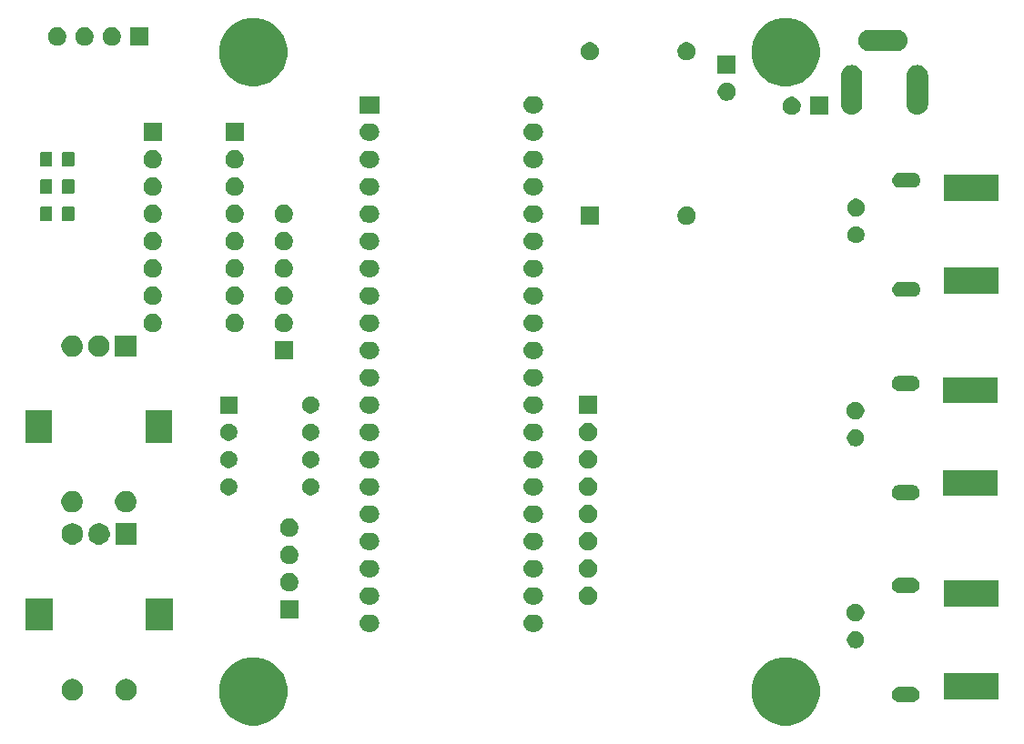
<source format=gbr>
G04 #@! TF.GenerationSoftware,KiCad,Pcbnew,(5.1.5)-3*
G04 #@! TF.CreationDate,2020-10-24T09:34:30-04:00*
G04 #@! TF.ProjectId,VFO-002,56464f2d-3030-4322-9e6b-696361645f70,1*
G04 #@! TF.SameCoordinates,Original*
G04 #@! TF.FileFunction,Soldermask,Bot*
G04 #@! TF.FilePolarity,Negative*
%FSLAX46Y46*%
G04 Gerber Fmt 4.6, Leading zero omitted, Abs format (unit mm)*
G04 Created by KiCad (PCBNEW (5.1.5)-3) date 2020-10-24 09:34:30*
%MOMM*%
%LPD*%
G04 APERTURE LIST*
%ADD10C,0.150000*%
G04 APERTURE END LIST*
D10*
G36*
X168926112Y-88947013D02*
G01*
X169503925Y-89186351D01*
X170023944Y-89533817D01*
X170466183Y-89976056D01*
X170813649Y-90496075D01*
X171052987Y-91073888D01*
X171175000Y-91687288D01*
X171175000Y-92312712D01*
X171052987Y-92926112D01*
X170813649Y-93503925D01*
X170466183Y-94023944D01*
X170023944Y-94466183D01*
X169503925Y-94813649D01*
X168926112Y-95052987D01*
X168312712Y-95175000D01*
X167687288Y-95175000D01*
X167073888Y-95052987D01*
X166496075Y-94813649D01*
X165976056Y-94466183D01*
X165533817Y-94023944D01*
X165186351Y-93503925D01*
X164947013Y-92926112D01*
X164825000Y-92312712D01*
X164825000Y-91687288D01*
X164947013Y-91073888D01*
X165186351Y-90496075D01*
X165533817Y-89976056D01*
X165976056Y-89533817D01*
X166496075Y-89186351D01*
X167073888Y-88947013D01*
X167687288Y-88825000D01*
X168312712Y-88825000D01*
X168926112Y-88947013D01*
G37*
G36*
X119426112Y-88947013D02*
G01*
X120003925Y-89186351D01*
X120523944Y-89533817D01*
X120966183Y-89976056D01*
X121313649Y-90496075D01*
X121552987Y-91073888D01*
X121675000Y-91687288D01*
X121675000Y-92312712D01*
X121552987Y-92926112D01*
X121313649Y-93503925D01*
X120966183Y-94023944D01*
X120523944Y-94466183D01*
X120003925Y-94813649D01*
X119426112Y-95052987D01*
X118812712Y-95175000D01*
X118187288Y-95175000D01*
X117573888Y-95052987D01*
X116996075Y-94813649D01*
X116476056Y-94466183D01*
X116033817Y-94023944D01*
X115686351Y-93503925D01*
X115447013Y-92926112D01*
X115325000Y-92312712D01*
X115325000Y-91687288D01*
X115447013Y-91073888D01*
X115686351Y-90496075D01*
X116033817Y-89976056D01*
X116476056Y-89533817D01*
X116996075Y-89186351D01*
X117573888Y-88947013D01*
X118187288Y-88825000D01*
X118812712Y-88825000D01*
X119426112Y-88947013D01*
G37*
G36*
X179917224Y-91590128D02*
G01*
X180049175Y-91630155D01*
X180170781Y-91695155D01*
X180277370Y-91782630D01*
X180364845Y-91889219D01*
X180429845Y-92010825D01*
X180469872Y-92142776D01*
X180483387Y-92280000D01*
X180469872Y-92417224D01*
X180429845Y-92549175D01*
X180364845Y-92670781D01*
X180277370Y-92777370D01*
X180170781Y-92864845D01*
X180049175Y-92929845D01*
X179917224Y-92969872D01*
X179814390Y-92980000D01*
X178545610Y-92980000D01*
X178442776Y-92969872D01*
X178310825Y-92929845D01*
X178189219Y-92864845D01*
X178082630Y-92777370D01*
X177995155Y-92670781D01*
X177930155Y-92549175D01*
X177890128Y-92417224D01*
X177876613Y-92280000D01*
X177890128Y-92142776D01*
X177930155Y-92010825D01*
X177995155Y-91889219D01*
X178082630Y-91782630D01*
X178189219Y-91695155D01*
X178310825Y-91630155D01*
X178442776Y-91590128D01*
X178545610Y-91580000D01*
X179814390Y-91580000D01*
X179917224Y-91590128D01*
G37*
G36*
X106878090Y-90869819D02*
G01*
X106942489Y-90882629D01*
X107124478Y-90958011D01*
X107288263Y-91067449D01*
X107427551Y-91206737D01*
X107536989Y-91370522D01*
X107612371Y-91552511D01*
X107612371Y-91552512D01*
X107650800Y-91745707D01*
X107650800Y-91942693D01*
X107625181Y-92071490D01*
X107612371Y-92135889D01*
X107536989Y-92317878D01*
X107427551Y-92481663D01*
X107288263Y-92620951D01*
X107124478Y-92730389D01*
X106942489Y-92805771D01*
X106878090Y-92818581D01*
X106749293Y-92844200D01*
X106552307Y-92844200D01*
X106423510Y-92818581D01*
X106359111Y-92805771D01*
X106177122Y-92730389D01*
X106013337Y-92620951D01*
X105874049Y-92481663D01*
X105764611Y-92317878D01*
X105689229Y-92135889D01*
X105676419Y-92071490D01*
X105650800Y-91942693D01*
X105650800Y-91745707D01*
X105689229Y-91552512D01*
X105689229Y-91552511D01*
X105764611Y-91370522D01*
X105874049Y-91206737D01*
X106013337Y-91067449D01*
X106177122Y-90958011D01*
X106359111Y-90882629D01*
X106423510Y-90869819D01*
X106552307Y-90844200D01*
X106749293Y-90844200D01*
X106878090Y-90869819D01*
G37*
G36*
X101878090Y-90869819D02*
G01*
X101942489Y-90882629D01*
X102124478Y-90958011D01*
X102288263Y-91067449D01*
X102427551Y-91206737D01*
X102536989Y-91370522D01*
X102612371Y-91552511D01*
X102612371Y-91552512D01*
X102650800Y-91745707D01*
X102650800Y-91942693D01*
X102625181Y-92071490D01*
X102612371Y-92135889D01*
X102536989Y-92317878D01*
X102427551Y-92481663D01*
X102288263Y-92620951D01*
X102124478Y-92730389D01*
X101942489Y-92805771D01*
X101878090Y-92818581D01*
X101749293Y-92844200D01*
X101552307Y-92844200D01*
X101423510Y-92818581D01*
X101359111Y-92805771D01*
X101177122Y-92730389D01*
X101013337Y-92620951D01*
X100874049Y-92481663D01*
X100764611Y-92317878D01*
X100689229Y-92135889D01*
X100676419Y-92071490D01*
X100650800Y-91942693D01*
X100650800Y-91745707D01*
X100689229Y-91552512D01*
X100689229Y-91552511D01*
X100764611Y-91370522D01*
X100874049Y-91206737D01*
X101013337Y-91067449D01*
X101177122Y-90958011D01*
X101359111Y-90882629D01*
X101423510Y-90869819D01*
X101552307Y-90844200D01*
X101749293Y-90844200D01*
X101878090Y-90869819D01*
G37*
G36*
X187840000Y-92724500D02*
G01*
X182760000Y-92724500D01*
X182760000Y-90311500D01*
X187840000Y-90311500D01*
X187840000Y-92724500D01*
G37*
G36*
X174729676Y-86442859D02*
G01*
X174872973Y-86502214D01*
X175001938Y-86588386D01*
X175111614Y-86698062D01*
X175197786Y-86827027D01*
X175257141Y-86970324D01*
X175287400Y-87122447D01*
X175287400Y-87277553D01*
X175257141Y-87429676D01*
X175197786Y-87572973D01*
X175111614Y-87701938D01*
X175001938Y-87811614D01*
X174872973Y-87897786D01*
X174729676Y-87957141D01*
X174577553Y-87987400D01*
X174422447Y-87987400D01*
X174270324Y-87957141D01*
X174127027Y-87897786D01*
X173998062Y-87811614D01*
X173888386Y-87701938D01*
X173802214Y-87572973D01*
X173742859Y-87429676D01*
X173712600Y-87277553D01*
X173712600Y-87122447D01*
X173742859Y-86970324D01*
X173802214Y-86827027D01*
X173888386Y-86698062D01*
X173998062Y-86588386D01*
X174127027Y-86502214D01*
X174270324Y-86442859D01*
X174422447Y-86412600D01*
X174577553Y-86412600D01*
X174729676Y-86442859D01*
G37*
G36*
X144718471Y-84853859D02*
G01*
X144796827Y-84861576D01*
X144947628Y-84907321D01*
X144947630Y-84907322D01*
X145086605Y-84981606D01*
X145208422Y-85081578D01*
X145308394Y-85203395D01*
X145360676Y-85301208D01*
X145382679Y-85342372D01*
X145428424Y-85493173D01*
X145443870Y-85650000D01*
X145428424Y-85806827D01*
X145382679Y-85957628D01*
X145382678Y-85957630D01*
X145308394Y-86096605D01*
X145208422Y-86218422D01*
X145086605Y-86318394D01*
X144947630Y-86392678D01*
X144947628Y-86392679D01*
X144796827Y-86438424D01*
X144718471Y-86446141D01*
X144679294Y-86450000D01*
X144400706Y-86450000D01*
X144361529Y-86446141D01*
X144283173Y-86438424D01*
X144132372Y-86392679D01*
X144132370Y-86392678D01*
X143993395Y-86318394D01*
X143871578Y-86218422D01*
X143771606Y-86096605D01*
X143697322Y-85957630D01*
X143697321Y-85957628D01*
X143651576Y-85806827D01*
X143636130Y-85650000D01*
X143651576Y-85493173D01*
X143697321Y-85342372D01*
X143719324Y-85301208D01*
X143771606Y-85203395D01*
X143871578Y-85081578D01*
X143993395Y-84981606D01*
X144132370Y-84907322D01*
X144132372Y-84907321D01*
X144283173Y-84861576D01*
X144361529Y-84853859D01*
X144400706Y-84850000D01*
X144679294Y-84850000D01*
X144718471Y-84853859D01*
G37*
G36*
X129478471Y-84853859D02*
G01*
X129556827Y-84861576D01*
X129707628Y-84907321D01*
X129707630Y-84907322D01*
X129846605Y-84981606D01*
X129968422Y-85081578D01*
X130068394Y-85203395D01*
X130120676Y-85301208D01*
X130142679Y-85342372D01*
X130188424Y-85493173D01*
X130203870Y-85650000D01*
X130188424Y-85806827D01*
X130142679Y-85957628D01*
X130142678Y-85957630D01*
X130068394Y-86096605D01*
X129968422Y-86218422D01*
X129846605Y-86318394D01*
X129707630Y-86392678D01*
X129707628Y-86392679D01*
X129556827Y-86438424D01*
X129478471Y-86446141D01*
X129439294Y-86450000D01*
X129160706Y-86450000D01*
X129121529Y-86446141D01*
X129043173Y-86438424D01*
X128892372Y-86392679D01*
X128892370Y-86392678D01*
X128753395Y-86318394D01*
X128631578Y-86218422D01*
X128531606Y-86096605D01*
X128457322Y-85957630D01*
X128457321Y-85957628D01*
X128411576Y-85806827D01*
X128396130Y-85650000D01*
X128411576Y-85493173D01*
X128457321Y-85342372D01*
X128479324Y-85301208D01*
X128531606Y-85203395D01*
X128631578Y-85081578D01*
X128753395Y-84981606D01*
X128892370Y-84907322D01*
X128892372Y-84907321D01*
X129043173Y-84861576D01*
X129121529Y-84853859D01*
X129160706Y-84850000D01*
X129439294Y-84850000D01*
X129478471Y-84853859D01*
G37*
G36*
X111000800Y-86344200D02*
G01*
X108500800Y-86344200D01*
X108500800Y-83344200D01*
X111000800Y-83344200D01*
X111000800Y-86344200D01*
G37*
G36*
X99800800Y-86344200D02*
G01*
X97300800Y-86344200D01*
X97300800Y-83344200D01*
X99800800Y-83344200D01*
X99800800Y-86344200D01*
G37*
G36*
X174740788Y-83866223D02*
G01*
X174891022Y-83928452D01*
X175026223Y-84018790D01*
X175141210Y-84133777D01*
X175231548Y-84268978D01*
X175293777Y-84419212D01*
X175325500Y-84578694D01*
X175325500Y-84741306D01*
X175293777Y-84900788D01*
X175231548Y-85051022D01*
X175141210Y-85186223D01*
X175026223Y-85301210D01*
X174891022Y-85391548D01*
X174740788Y-85453777D01*
X174581306Y-85485500D01*
X174418694Y-85485500D01*
X174259212Y-85453777D01*
X174108978Y-85391548D01*
X173973777Y-85301210D01*
X173858790Y-85186223D01*
X173768452Y-85051022D01*
X173706223Y-84900788D01*
X173674500Y-84741306D01*
X173674500Y-84578694D01*
X173706223Y-84419212D01*
X173768452Y-84268978D01*
X173858790Y-84133777D01*
X173973777Y-84018790D01*
X174108978Y-83928452D01*
X174259212Y-83866223D01*
X174418694Y-83834500D01*
X174581306Y-83834500D01*
X174740788Y-83866223D01*
G37*
G36*
X122690000Y-85230000D02*
G01*
X120990000Y-85230000D01*
X120990000Y-83530000D01*
X122690000Y-83530000D01*
X122690000Y-85230000D01*
G37*
G36*
X187840000Y-84088500D02*
G01*
X182760000Y-84088500D01*
X182760000Y-81675500D01*
X187840000Y-81675500D01*
X187840000Y-84088500D01*
G37*
G36*
X149875535Y-82292664D02*
G01*
X150030224Y-82356739D01*
X150030226Y-82356740D01*
X150169444Y-82449762D01*
X150287838Y-82568156D01*
X150351474Y-82663395D01*
X150380861Y-82707376D01*
X150444936Y-82862065D01*
X150477600Y-83026281D01*
X150477600Y-83193719D01*
X150444936Y-83357935D01*
X150420210Y-83417628D01*
X150380860Y-83512626D01*
X150287838Y-83651844D01*
X150169444Y-83770238D01*
X150030226Y-83863260D01*
X150030225Y-83863261D01*
X150030224Y-83863261D01*
X149875535Y-83927336D01*
X149711319Y-83960000D01*
X149543881Y-83960000D01*
X149379665Y-83927336D01*
X149224976Y-83863261D01*
X149224975Y-83863261D01*
X149224974Y-83863260D01*
X149085756Y-83770238D01*
X148967362Y-83651844D01*
X148874340Y-83512626D01*
X148834990Y-83417628D01*
X148810264Y-83357935D01*
X148777600Y-83193719D01*
X148777600Y-83026281D01*
X148810264Y-82862065D01*
X148874339Y-82707376D01*
X148903726Y-82663395D01*
X148967362Y-82568156D01*
X149085756Y-82449762D01*
X149224974Y-82356740D01*
X149224976Y-82356739D01*
X149379665Y-82292664D01*
X149543881Y-82260000D01*
X149711319Y-82260000D01*
X149875535Y-82292664D01*
G37*
G36*
X144718471Y-82313859D02*
G01*
X144796827Y-82321576D01*
X144947628Y-82367321D01*
X144947630Y-82367322D01*
X145086605Y-82441606D01*
X145208422Y-82541578D01*
X145308394Y-82663395D01*
X145331901Y-82707374D01*
X145382679Y-82802372D01*
X145428424Y-82953173D01*
X145443870Y-83110000D01*
X145428424Y-83266827D01*
X145400786Y-83357936D01*
X145382678Y-83417630D01*
X145308394Y-83556605D01*
X145208422Y-83678422D01*
X145086605Y-83778394D01*
X144947630Y-83852678D01*
X144947628Y-83852679D01*
X144796827Y-83898424D01*
X144718471Y-83906141D01*
X144679294Y-83910000D01*
X144400706Y-83910000D01*
X144361529Y-83906141D01*
X144283173Y-83898424D01*
X144132372Y-83852679D01*
X144132370Y-83852678D01*
X143993395Y-83778394D01*
X143871578Y-83678422D01*
X143771606Y-83556605D01*
X143697322Y-83417630D01*
X143679214Y-83357936D01*
X143651576Y-83266827D01*
X143636130Y-83110000D01*
X143651576Y-82953173D01*
X143697321Y-82802372D01*
X143748099Y-82707374D01*
X143771606Y-82663395D01*
X143871578Y-82541578D01*
X143993395Y-82441606D01*
X144132370Y-82367322D01*
X144132372Y-82367321D01*
X144283173Y-82321576D01*
X144361529Y-82313859D01*
X144400706Y-82310000D01*
X144679294Y-82310000D01*
X144718471Y-82313859D01*
G37*
G36*
X129478471Y-82313859D02*
G01*
X129556827Y-82321576D01*
X129707628Y-82367321D01*
X129707630Y-82367322D01*
X129846605Y-82441606D01*
X129968422Y-82541578D01*
X130068394Y-82663395D01*
X130091901Y-82707374D01*
X130142679Y-82802372D01*
X130188424Y-82953173D01*
X130203870Y-83110000D01*
X130188424Y-83266827D01*
X130160786Y-83357936D01*
X130142678Y-83417630D01*
X130068394Y-83556605D01*
X129968422Y-83678422D01*
X129846605Y-83778394D01*
X129707630Y-83852678D01*
X129707628Y-83852679D01*
X129556827Y-83898424D01*
X129478471Y-83906141D01*
X129439294Y-83910000D01*
X129160706Y-83910000D01*
X129121529Y-83906141D01*
X129043173Y-83898424D01*
X128892372Y-83852679D01*
X128892370Y-83852678D01*
X128753395Y-83778394D01*
X128631578Y-83678422D01*
X128531606Y-83556605D01*
X128457322Y-83417630D01*
X128439214Y-83357936D01*
X128411576Y-83266827D01*
X128396130Y-83110000D01*
X128411576Y-82953173D01*
X128457321Y-82802372D01*
X128508099Y-82707374D01*
X128531606Y-82663395D01*
X128631578Y-82541578D01*
X128753395Y-82441606D01*
X128892370Y-82367322D01*
X128892372Y-82367321D01*
X129043173Y-82321576D01*
X129121529Y-82313859D01*
X129160706Y-82310000D01*
X129439294Y-82310000D01*
X129478471Y-82313859D01*
G37*
G36*
X179917224Y-81430128D02*
G01*
X180049175Y-81470155D01*
X180170781Y-81535155D01*
X180277370Y-81622630D01*
X180364845Y-81729219D01*
X180429845Y-81850825D01*
X180469872Y-81982776D01*
X180483387Y-82120000D01*
X180469872Y-82257224D01*
X180429845Y-82389175D01*
X180364845Y-82510781D01*
X180277370Y-82617370D01*
X180170781Y-82704845D01*
X180049175Y-82769845D01*
X179917224Y-82809872D01*
X179814390Y-82820000D01*
X178545610Y-82820000D01*
X178442776Y-82809872D01*
X178310825Y-82769845D01*
X178189219Y-82704845D01*
X178082630Y-82617370D01*
X177995155Y-82510781D01*
X177930155Y-82389175D01*
X177890128Y-82257224D01*
X177876613Y-82120000D01*
X177890128Y-81982776D01*
X177930155Y-81850825D01*
X177995155Y-81729219D01*
X178082630Y-81622630D01*
X178189219Y-81535155D01*
X178310825Y-81470155D01*
X178442776Y-81430128D01*
X178545610Y-81420000D01*
X179814390Y-81420000D01*
X179917224Y-81430128D01*
G37*
G36*
X122087935Y-81022664D02*
G01*
X122242624Y-81086739D01*
X122242626Y-81086740D01*
X122381844Y-81179762D01*
X122500238Y-81298156D01*
X122581651Y-81420000D01*
X122593261Y-81437376D01*
X122657336Y-81592065D01*
X122690000Y-81756281D01*
X122690000Y-81923719D01*
X122657336Y-82087935D01*
X122644054Y-82120000D01*
X122593260Y-82242626D01*
X122500238Y-82381844D01*
X122381844Y-82500238D01*
X122242626Y-82593260D01*
X122242625Y-82593261D01*
X122242624Y-82593261D01*
X122087935Y-82657336D01*
X121923719Y-82690000D01*
X121756281Y-82690000D01*
X121592065Y-82657336D01*
X121437376Y-82593261D01*
X121437375Y-82593261D01*
X121437374Y-82593260D01*
X121298156Y-82500238D01*
X121179762Y-82381844D01*
X121086740Y-82242626D01*
X121035946Y-82120000D01*
X121022664Y-82087935D01*
X120990000Y-81923719D01*
X120990000Y-81756281D01*
X121022664Y-81592065D01*
X121086739Y-81437376D01*
X121098349Y-81420000D01*
X121179762Y-81298156D01*
X121298156Y-81179762D01*
X121437374Y-81086740D01*
X121437376Y-81086739D01*
X121592065Y-81022664D01*
X121756281Y-80990000D01*
X121923719Y-80990000D01*
X122087935Y-81022664D01*
G37*
G36*
X149875535Y-79752664D02*
G01*
X150030224Y-79816739D01*
X150030226Y-79816740D01*
X150169444Y-79909762D01*
X150287838Y-80028156D01*
X150351474Y-80123395D01*
X150380861Y-80167376D01*
X150444936Y-80322065D01*
X150477600Y-80486281D01*
X150477600Y-80653719D01*
X150444936Y-80817935D01*
X150420210Y-80877628D01*
X150380860Y-80972626D01*
X150287838Y-81111844D01*
X150169444Y-81230238D01*
X150030226Y-81323260D01*
X150030225Y-81323261D01*
X150030224Y-81323261D01*
X149875535Y-81387336D01*
X149711319Y-81420000D01*
X149543881Y-81420000D01*
X149379665Y-81387336D01*
X149224976Y-81323261D01*
X149224975Y-81323261D01*
X149224974Y-81323260D01*
X149085756Y-81230238D01*
X148967362Y-81111844D01*
X148874340Y-80972626D01*
X148834990Y-80877628D01*
X148810264Y-80817935D01*
X148777600Y-80653719D01*
X148777600Y-80486281D01*
X148810264Y-80322065D01*
X148874339Y-80167376D01*
X148903726Y-80123395D01*
X148967362Y-80028156D01*
X149085756Y-79909762D01*
X149224974Y-79816740D01*
X149224976Y-79816739D01*
X149379665Y-79752664D01*
X149543881Y-79720000D01*
X149711319Y-79720000D01*
X149875535Y-79752664D01*
G37*
G36*
X129478471Y-79773859D02*
G01*
X129556827Y-79781576D01*
X129707628Y-79827321D01*
X129707630Y-79827322D01*
X129846605Y-79901606D01*
X129968422Y-80001578D01*
X130068394Y-80123395D01*
X130091901Y-80167374D01*
X130142679Y-80262372D01*
X130188424Y-80413173D01*
X130203870Y-80570000D01*
X130188424Y-80726827D01*
X130160786Y-80817936D01*
X130142678Y-80877630D01*
X130068394Y-81016605D01*
X129968422Y-81138422D01*
X129846605Y-81238394D01*
X129707630Y-81312678D01*
X129707628Y-81312679D01*
X129556827Y-81358424D01*
X129478471Y-81366141D01*
X129439294Y-81370000D01*
X129160706Y-81370000D01*
X129121529Y-81366141D01*
X129043173Y-81358424D01*
X128892372Y-81312679D01*
X128892370Y-81312678D01*
X128753395Y-81238394D01*
X128631578Y-81138422D01*
X128531606Y-81016605D01*
X128457322Y-80877630D01*
X128439214Y-80817936D01*
X128411576Y-80726827D01*
X128396130Y-80570000D01*
X128411576Y-80413173D01*
X128457321Y-80262372D01*
X128508099Y-80167374D01*
X128531606Y-80123395D01*
X128631578Y-80001578D01*
X128753395Y-79901606D01*
X128892370Y-79827322D01*
X128892372Y-79827321D01*
X129043173Y-79781576D01*
X129121529Y-79773859D01*
X129160706Y-79770000D01*
X129439294Y-79770000D01*
X129478471Y-79773859D01*
G37*
G36*
X144718471Y-79773859D02*
G01*
X144796827Y-79781576D01*
X144947628Y-79827321D01*
X144947630Y-79827322D01*
X145086605Y-79901606D01*
X145208422Y-80001578D01*
X145308394Y-80123395D01*
X145331901Y-80167374D01*
X145382679Y-80262372D01*
X145428424Y-80413173D01*
X145443870Y-80570000D01*
X145428424Y-80726827D01*
X145400786Y-80817936D01*
X145382678Y-80877630D01*
X145308394Y-81016605D01*
X145208422Y-81138422D01*
X145086605Y-81238394D01*
X144947630Y-81312678D01*
X144947628Y-81312679D01*
X144796827Y-81358424D01*
X144718471Y-81366141D01*
X144679294Y-81370000D01*
X144400706Y-81370000D01*
X144361529Y-81366141D01*
X144283173Y-81358424D01*
X144132372Y-81312679D01*
X144132370Y-81312678D01*
X143993395Y-81238394D01*
X143871578Y-81138422D01*
X143771606Y-81016605D01*
X143697322Y-80877630D01*
X143679214Y-80817936D01*
X143651576Y-80726827D01*
X143636130Y-80570000D01*
X143651576Y-80413173D01*
X143697321Y-80262372D01*
X143748099Y-80167374D01*
X143771606Y-80123395D01*
X143871578Y-80001578D01*
X143993395Y-79901606D01*
X144132370Y-79827322D01*
X144132372Y-79827321D01*
X144283173Y-79781576D01*
X144361529Y-79773859D01*
X144400706Y-79770000D01*
X144679294Y-79770000D01*
X144718471Y-79773859D01*
G37*
G36*
X122087935Y-78482664D02*
G01*
X122242624Y-78546739D01*
X122242626Y-78546740D01*
X122381844Y-78639762D01*
X122500238Y-78758156D01*
X122581651Y-78880000D01*
X122593261Y-78897376D01*
X122657336Y-79052065D01*
X122690000Y-79216281D01*
X122690000Y-79383719D01*
X122657336Y-79547935D01*
X122593261Y-79702624D01*
X122593260Y-79702626D01*
X122500238Y-79841844D01*
X122381844Y-79960238D01*
X122242626Y-80053260D01*
X122242625Y-80053261D01*
X122242624Y-80053261D01*
X122087935Y-80117336D01*
X121923719Y-80150000D01*
X121756281Y-80150000D01*
X121592065Y-80117336D01*
X121437376Y-80053261D01*
X121437375Y-80053261D01*
X121437374Y-80053260D01*
X121298156Y-79960238D01*
X121179762Y-79841844D01*
X121086740Y-79702626D01*
X121086739Y-79702624D01*
X121022664Y-79547935D01*
X120990000Y-79383719D01*
X120990000Y-79216281D01*
X121022664Y-79052065D01*
X121086739Y-78897376D01*
X121098349Y-78880000D01*
X121179762Y-78758156D01*
X121298156Y-78639762D01*
X121437374Y-78546740D01*
X121437376Y-78546739D01*
X121592065Y-78482664D01*
X121756281Y-78450000D01*
X121923719Y-78450000D01*
X122087935Y-78482664D01*
G37*
G36*
X149875535Y-77212664D02*
G01*
X150030224Y-77276739D01*
X150030226Y-77276740D01*
X150169444Y-77369762D01*
X150287838Y-77488156D01*
X150351474Y-77583395D01*
X150380861Y-77627376D01*
X150444936Y-77782065D01*
X150477600Y-77946281D01*
X150477600Y-78113719D01*
X150444936Y-78277935D01*
X150380861Y-78432624D01*
X150380860Y-78432626D01*
X150287838Y-78571844D01*
X150169444Y-78690238D01*
X150030226Y-78783260D01*
X150030225Y-78783261D01*
X150030224Y-78783261D01*
X149875535Y-78847336D01*
X149711319Y-78880000D01*
X149543881Y-78880000D01*
X149379665Y-78847336D01*
X149224976Y-78783261D01*
X149224975Y-78783261D01*
X149224974Y-78783260D01*
X149085756Y-78690238D01*
X148967362Y-78571844D01*
X148874340Y-78432626D01*
X148874339Y-78432624D01*
X148810264Y-78277935D01*
X148777600Y-78113719D01*
X148777600Y-77946281D01*
X148810264Y-77782065D01*
X148874339Y-77627376D01*
X148903726Y-77583395D01*
X148967362Y-77488156D01*
X149085756Y-77369762D01*
X149224974Y-77276740D01*
X149224976Y-77276739D01*
X149379665Y-77212664D01*
X149543881Y-77180000D01*
X149711319Y-77180000D01*
X149875535Y-77212664D01*
G37*
G36*
X144718471Y-77233859D02*
G01*
X144796827Y-77241576D01*
X144947628Y-77287321D01*
X144947630Y-77287322D01*
X145086605Y-77361606D01*
X145208422Y-77461578D01*
X145308394Y-77583395D01*
X145382678Y-77722370D01*
X145382679Y-77722372D01*
X145428424Y-77873173D01*
X145443870Y-78030000D01*
X145428424Y-78186827D01*
X145382679Y-78337628D01*
X145382678Y-78337630D01*
X145308394Y-78476605D01*
X145208422Y-78598422D01*
X145086605Y-78698394D01*
X144947630Y-78772678D01*
X144947628Y-78772679D01*
X144796827Y-78818424D01*
X144718471Y-78826141D01*
X144679294Y-78830000D01*
X144400706Y-78830000D01*
X144361529Y-78826141D01*
X144283173Y-78818424D01*
X144132372Y-78772679D01*
X144132370Y-78772678D01*
X143993395Y-78698394D01*
X143871578Y-78598422D01*
X143771606Y-78476605D01*
X143697322Y-78337630D01*
X143697321Y-78337628D01*
X143651576Y-78186827D01*
X143636130Y-78030000D01*
X143651576Y-77873173D01*
X143697321Y-77722372D01*
X143697322Y-77722370D01*
X143771606Y-77583395D01*
X143871578Y-77461578D01*
X143993395Y-77361606D01*
X144132370Y-77287322D01*
X144132372Y-77287321D01*
X144283173Y-77241576D01*
X144361529Y-77233859D01*
X144400706Y-77230000D01*
X144679294Y-77230000D01*
X144718471Y-77233859D01*
G37*
G36*
X129478471Y-77233859D02*
G01*
X129556827Y-77241576D01*
X129707628Y-77287321D01*
X129707630Y-77287322D01*
X129846605Y-77361606D01*
X129968422Y-77461578D01*
X130068394Y-77583395D01*
X130142678Y-77722370D01*
X130142679Y-77722372D01*
X130188424Y-77873173D01*
X130203870Y-78030000D01*
X130188424Y-78186827D01*
X130142679Y-78337628D01*
X130142678Y-78337630D01*
X130068394Y-78476605D01*
X129968422Y-78598422D01*
X129846605Y-78698394D01*
X129707630Y-78772678D01*
X129707628Y-78772679D01*
X129556827Y-78818424D01*
X129478471Y-78826141D01*
X129439294Y-78830000D01*
X129160706Y-78830000D01*
X129121529Y-78826141D01*
X129043173Y-78818424D01*
X128892372Y-78772679D01*
X128892370Y-78772678D01*
X128753395Y-78698394D01*
X128631578Y-78598422D01*
X128531606Y-78476605D01*
X128457322Y-78337630D01*
X128457321Y-78337628D01*
X128411576Y-78186827D01*
X128396130Y-78030000D01*
X128411576Y-77873173D01*
X128457321Y-77722372D01*
X128457322Y-77722370D01*
X128531606Y-77583395D01*
X128631578Y-77461578D01*
X128753395Y-77361606D01*
X128892370Y-77287322D01*
X128892372Y-77287321D01*
X129043173Y-77241576D01*
X129121529Y-77233859D01*
X129160706Y-77230000D01*
X129439294Y-77230000D01*
X129478471Y-77233859D01*
G37*
G36*
X101878090Y-76369819D02*
G01*
X101942489Y-76382629D01*
X102124478Y-76458011D01*
X102288263Y-76567449D01*
X102427551Y-76706737D01*
X102536989Y-76870522D01*
X102612371Y-77052511D01*
X102612371Y-77052512D01*
X102650800Y-77245707D01*
X102650800Y-77442693D01*
X102636763Y-77513260D01*
X102612371Y-77635889D01*
X102536989Y-77817878D01*
X102427551Y-77981663D01*
X102288263Y-78120951D01*
X102124478Y-78230389D01*
X101942489Y-78305771D01*
X101878090Y-78318581D01*
X101749293Y-78344200D01*
X101552307Y-78344200D01*
X101423510Y-78318581D01*
X101359111Y-78305771D01*
X101177122Y-78230389D01*
X101013337Y-78120951D01*
X100874049Y-77981663D01*
X100764611Y-77817878D01*
X100689229Y-77635889D01*
X100664837Y-77513260D01*
X100650800Y-77442693D01*
X100650800Y-77245707D01*
X100689229Y-77052512D01*
X100689229Y-77052511D01*
X100764611Y-76870522D01*
X100874049Y-76706737D01*
X101013337Y-76567449D01*
X101177122Y-76458011D01*
X101359111Y-76382629D01*
X101423510Y-76369819D01*
X101552307Y-76344200D01*
X101749293Y-76344200D01*
X101878090Y-76369819D01*
G37*
G36*
X104378090Y-76369819D02*
G01*
X104442489Y-76382629D01*
X104624478Y-76458011D01*
X104788263Y-76567449D01*
X104927551Y-76706737D01*
X105036989Y-76870522D01*
X105112371Y-77052511D01*
X105112371Y-77052512D01*
X105150800Y-77245707D01*
X105150800Y-77442693D01*
X105136763Y-77513260D01*
X105112371Y-77635889D01*
X105036989Y-77817878D01*
X104927551Y-77981663D01*
X104788263Y-78120951D01*
X104624478Y-78230389D01*
X104442489Y-78305771D01*
X104378090Y-78318581D01*
X104249293Y-78344200D01*
X104052307Y-78344200D01*
X103923510Y-78318581D01*
X103859111Y-78305771D01*
X103677122Y-78230389D01*
X103513337Y-78120951D01*
X103374049Y-77981663D01*
X103264611Y-77817878D01*
X103189229Y-77635889D01*
X103164837Y-77513260D01*
X103150800Y-77442693D01*
X103150800Y-77245707D01*
X103189229Y-77052512D01*
X103189229Y-77052511D01*
X103264611Y-76870522D01*
X103374049Y-76706737D01*
X103513337Y-76567449D01*
X103677122Y-76458011D01*
X103859111Y-76382629D01*
X103923510Y-76369819D01*
X104052307Y-76344200D01*
X104249293Y-76344200D01*
X104378090Y-76369819D01*
G37*
G36*
X107650800Y-78344200D02*
G01*
X105650800Y-78344200D01*
X105650800Y-76344200D01*
X107650800Y-76344200D01*
X107650800Y-78344200D01*
G37*
G36*
X122087935Y-75942664D02*
G01*
X122242624Y-76006739D01*
X122242626Y-76006740D01*
X122381844Y-76099762D01*
X122500238Y-76218156D01*
X122581651Y-76340000D01*
X122593261Y-76357376D01*
X122657336Y-76512065D01*
X122690000Y-76676281D01*
X122690000Y-76843719D01*
X122657336Y-77007935D01*
X122638871Y-77052512D01*
X122593260Y-77162626D01*
X122500238Y-77301844D01*
X122381844Y-77420238D01*
X122242626Y-77513260D01*
X122242625Y-77513261D01*
X122242624Y-77513261D01*
X122087935Y-77577336D01*
X121923719Y-77610000D01*
X121756281Y-77610000D01*
X121592065Y-77577336D01*
X121437376Y-77513261D01*
X121437375Y-77513261D01*
X121437374Y-77513260D01*
X121298156Y-77420238D01*
X121179762Y-77301844D01*
X121086740Y-77162626D01*
X121041129Y-77052512D01*
X121022664Y-77007935D01*
X120990000Y-76843719D01*
X120990000Y-76676281D01*
X121022664Y-76512065D01*
X121086739Y-76357376D01*
X121098349Y-76340000D01*
X121179762Y-76218156D01*
X121298156Y-76099762D01*
X121437374Y-76006740D01*
X121437376Y-76006739D01*
X121592065Y-75942664D01*
X121756281Y-75910000D01*
X121923719Y-75910000D01*
X122087935Y-75942664D01*
G37*
G36*
X149875535Y-74672664D02*
G01*
X150030224Y-74736739D01*
X150030226Y-74736740D01*
X150169444Y-74829762D01*
X150287838Y-74948156D01*
X150351474Y-75043395D01*
X150380861Y-75087376D01*
X150444936Y-75242065D01*
X150477600Y-75406281D01*
X150477600Y-75573719D01*
X150444936Y-75737935D01*
X150420210Y-75797628D01*
X150380860Y-75892626D01*
X150287838Y-76031844D01*
X150169444Y-76150238D01*
X150030226Y-76243260D01*
X150030225Y-76243261D01*
X150030224Y-76243261D01*
X149875535Y-76307336D01*
X149711319Y-76340000D01*
X149543881Y-76340000D01*
X149379665Y-76307336D01*
X149224976Y-76243261D01*
X149224975Y-76243261D01*
X149224974Y-76243260D01*
X149085756Y-76150238D01*
X148967362Y-76031844D01*
X148874340Y-75892626D01*
X148834990Y-75797628D01*
X148810264Y-75737935D01*
X148777600Y-75573719D01*
X148777600Y-75406281D01*
X148810264Y-75242065D01*
X148874339Y-75087376D01*
X148903726Y-75043395D01*
X148967362Y-74948156D01*
X149085756Y-74829762D01*
X149224974Y-74736740D01*
X149224976Y-74736739D01*
X149379665Y-74672664D01*
X149543881Y-74640000D01*
X149711319Y-74640000D01*
X149875535Y-74672664D01*
G37*
G36*
X144718471Y-74693859D02*
G01*
X144796827Y-74701576D01*
X144947628Y-74747321D01*
X144947630Y-74747322D01*
X145086605Y-74821606D01*
X145086607Y-74821607D01*
X145086606Y-74821607D01*
X145208422Y-74921578D01*
X145308393Y-75043394D01*
X145382679Y-75182372D01*
X145428424Y-75333173D01*
X145443870Y-75490000D01*
X145428424Y-75646827D01*
X145400786Y-75737936D01*
X145382678Y-75797630D01*
X145308394Y-75936605D01*
X145208422Y-76058422D01*
X145086605Y-76158394D01*
X144947630Y-76232678D01*
X144947628Y-76232679D01*
X144796827Y-76278424D01*
X144718471Y-76286141D01*
X144679294Y-76290000D01*
X144400706Y-76290000D01*
X144361529Y-76286141D01*
X144283173Y-76278424D01*
X144132372Y-76232679D01*
X144132370Y-76232678D01*
X143993395Y-76158394D01*
X143871578Y-76058422D01*
X143771606Y-75936605D01*
X143697322Y-75797630D01*
X143679214Y-75737936D01*
X143651576Y-75646827D01*
X143636130Y-75490000D01*
X143651576Y-75333173D01*
X143697321Y-75182372D01*
X143771607Y-75043394D01*
X143871578Y-74921578D01*
X143993394Y-74821607D01*
X143993393Y-74821607D01*
X143993395Y-74821606D01*
X144132370Y-74747322D01*
X144132372Y-74747321D01*
X144283173Y-74701576D01*
X144361529Y-74693859D01*
X144400706Y-74690000D01*
X144679294Y-74690000D01*
X144718471Y-74693859D01*
G37*
G36*
X129478471Y-74693859D02*
G01*
X129556827Y-74701576D01*
X129707628Y-74747321D01*
X129707630Y-74747322D01*
X129846605Y-74821606D01*
X129846607Y-74821607D01*
X129846606Y-74821607D01*
X129968422Y-74921578D01*
X130068393Y-75043394D01*
X130142679Y-75182372D01*
X130188424Y-75333173D01*
X130203870Y-75490000D01*
X130188424Y-75646827D01*
X130160786Y-75737936D01*
X130142678Y-75797630D01*
X130068394Y-75936605D01*
X129968422Y-76058422D01*
X129846605Y-76158394D01*
X129707630Y-76232678D01*
X129707628Y-76232679D01*
X129556827Y-76278424D01*
X129478471Y-76286141D01*
X129439294Y-76290000D01*
X129160706Y-76290000D01*
X129121529Y-76286141D01*
X129043173Y-76278424D01*
X128892372Y-76232679D01*
X128892370Y-76232678D01*
X128753395Y-76158394D01*
X128631578Y-76058422D01*
X128531606Y-75936605D01*
X128457322Y-75797630D01*
X128439214Y-75737936D01*
X128411576Y-75646827D01*
X128396130Y-75490000D01*
X128411576Y-75333173D01*
X128457321Y-75182372D01*
X128531607Y-75043394D01*
X128631578Y-74921578D01*
X128753394Y-74821607D01*
X128753393Y-74821607D01*
X128753395Y-74821606D01*
X128892370Y-74747322D01*
X128892372Y-74747321D01*
X129043173Y-74701576D01*
X129121529Y-74693859D01*
X129160706Y-74690000D01*
X129439294Y-74690000D01*
X129478471Y-74693859D01*
G37*
G36*
X106852690Y-73369219D02*
G01*
X106917089Y-73382029D01*
X107099078Y-73457411D01*
X107262863Y-73566849D01*
X107402151Y-73706137D01*
X107511589Y-73869922D01*
X107556095Y-73977370D01*
X107586971Y-74051912D01*
X107610435Y-74169871D01*
X107625400Y-74245109D01*
X107625400Y-74442091D01*
X107586971Y-74635289D01*
X107511589Y-74817278D01*
X107402151Y-74981063D01*
X107262863Y-75120351D01*
X107099078Y-75229789D01*
X106917089Y-75305171D01*
X106852690Y-75317981D01*
X106723893Y-75343600D01*
X106526907Y-75343600D01*
X106398110Y-75317981D01*
X106333711Y-75305171D01*
X106151722Y-75229789D01*
X105987937Y-75120351D01*
X105848649Y-74981063D01*
X105739211Y-74817278D01*
X105663829Y-74635289D01*
X105625400Y-74442091D01*
X105625400Y-74245109D01*
X105640366Y-74169871D01*
X105663829Y-74051912D01*
X105694705Y-73977370D01*
X105739211Y-73869922D01*
X105848649Y-73706137D01*
X105987937Y-73566849D01*
X106151722Y-73457411D01*
X106333711Y-73382029D01*
X106398110Y-73369219D01*
X106526907Y-73343600D01*
X106723893Y-73343600D01*
X106852690Y-73369219D01*
G37*
G36*
X101852690Y-73369219D02*
G01*
X101917089Y-73382029D01*
X102099078Y-73457411D01*
X102262863Y-73566849D01*
X102402151Y-73706137D01*
X102511589Y-73869922D01*
X102556095Y-73977370D01*
X102586971Y-74051912D01*
X102610435Y-74169871D01*
X102625400Y-74245109D01*
X102625400Y-74442091D01*
X102586971Y-74635289D01*
X102511589Y-74817278D01*
X102402151Y-74981063D01*
X102262863Y-75120351D01*
X102099078Y-75229789D01*
X101917089Y-75305171D01*
X101852690Y-75317981D01*
X101723893Y-75343600D01*
X101526907Y-75343600D01*
X101398110Y-75317981D01*
X101333711Y-75305171D01*
X101151722Y-75229789D01*
X100987937Y-75120351D01*
X100848649Y-74981063D01*
X100739211Y-74817278D01*
X100663829Y-74635289D01*
X100625400Y-74442091D01*
X100625400Y-74245109D01*
X100640366Y-74169871D01*
X100663829Y-74051912D01*
X100694705Y-73977370D01*
X100739211Y-73869922D01*
X100848649Y-73706137D01*
X100987937Y-73566849D01*
X101151722Y-73457411D01*
X101333711Y-73382029D01*
X101398110Y-73369219D01*
X101526907Y-73343600D01*
X101723893Y-73343600D01*
X101852690Y-73369219D01*
G37*
G36*
X179917224Y-72790128D02*
G01*
X180049175Y-72830155D01*
X180170781Y-72895155D01*
X180277370Y-72982630D01*
X180364845Y-73089219D01*
X180429845Y-73210825D01*
X180469872Y-73342776D01*
X180483387Y-73480000D01*
X180469872Y-73617224D01*
X180429845Y-73749175D01*
X180364845Y-73870781D01*
X180277370Y-73977370D01*
X180170781Y-74064845D01*
X180049175Y-74129845D01*
X179917224Y-74169872D01*
X179814390Y-74180000D01*
X178545610Y-74180000D01*
X178442776Y-74169872D01*
X178310825Y-74129845D01*
X178189219Y-74064845D01*
X178082630Y-73977370D01*
X177995155Y-73870781D01*
X177930155Y-73749175D01*
X177890128Y-73617224D01*
X177876613Y-73480000D01*
X177890128Y-73342776D01*
X177930155Y-73210825D01*
X177995155Y-73089219D01*
X178082630Y-72982630D01*
X178189219Y-72895155D01*
X178310825Y-72830155D01*
X178442776Y-72790128D01*
X178545610Y-72780000D01*
X179814390Y-72780000D01*
X179917224Y-72790128D01*
G37*
G36*
X187740000Y-73824500D02*
G01*
X182660000Y-73824500D01*
X182660000Y-71411500D01*
X187740000Y-71411500D01*
X187740000Y-73824500D01*
G37*
G36*
X149875535Y-72132664D02*
G01*
X150030224Y-72196739D01*
X150030226Y-72196740D01*
X150169444Y-72289762D01*
X150287838Y-72408156D01*
X150351474Y-72503395D01*
X150380861Y-72547376D01*
X150444936Y-72702065D01*
X150477600Y-72866281D01*
X150477600Y-73033719D01*
X150444936Y-73197935D01*
X150384940Y-73342776D01*
X150380860Y-73352626D01*
X150287838Y-73491844D01*
X150169444Y-73610238D01*
X150030226Y-73703260D01*
X150030225Y-73703261D01*
X150030224Y-73703261D01*
X149875535Y-73767336D01*
X149711319Y-73800000D01*
X149543881Y-73800000D01*
X149379665Y-73767336D01*
X149224976Y-73703261D01*
X149224975Y-73703261D01*
X149224974Y-73703260D01*
X149085756Y-73610238D01*
X148967362Y-73491844D01*
X148874340Y-73352626D01*
X148870260Y-73342776D01*
X148810264Y-73197935D01*
X148777600Y-73033719D01*
X148777600Y-72866281D01*
X148810264Y-72702065D01*
X148874339Y-72547376D01*
X148903726Y-72503395D01*
X148967362Y-72408156D01*
X149085756Y-72289762D01*
X149224974Y-72196740D01*
X149224976Y-72196739D01*
X149379665Y-72132664D01*
X149543881Y-72100000D01*
X149711319Y-72100000D01*
X149875535Y-72132664D01*
G37*
G36*
X144718471Y-72153859D02*
G01*
X144796827Y-72161576D01*
X144947628Y-72207321D01*
X144947630Y-72207322D01*
X145086605Y-72281606D01*
X145086607Y-72281607D01*
X145086606Y-72281607D01*
X145208422Y-72381578D01*
X145308393Y-72503394D01*
X145382679Y-72642372D01*
X145428424Y-72793173D01*
X145443870Y-72950000D01*
X145428424Y-73106827D01*
X145382679Y-73257628D01*
X145382678Y-73257630D01*
X145308394Y-73396605D01*
X145208422Y-73518422D01*
X145086605Y-73618394D01*
X144947630Y-73692678D01*
X144947628Y-73692679D01*
X144796827Y-73738424D01*
X144718471Y-73746141D01*
X144679294Y-73750000D01*
X144400706Y-73750000D01*
X144361529Y-73746141D01*
X144283173Y-73738424D01*
X144132372Y-73692679D01*
X144132370Y-73692678D01*
X143993395Y-73618394D01*
X143871578Y-73518422D01*
X143771606Y-73396605D01*
X143697322Y-73257630D01*
X143697321Y-73257628D01*
X143651576Y-73106827D01*
X143636130Y-72950000D01*
X143651576Y-72793173D01*
X143697321Y-72642372D01*
X143771607Y-72503394D01*
X143871578Y-72381578D01*
X143993394Y-72281607D01*
X143993393Y-72281607D01*
X143993395Y-72281606D01*
X144132370Y-72207322D01*
X144132372Y-72207321D01*
X144283173Y-72161576D01*
X144361529Y-72153859D01*
X144400706Y-72150000D01*
X144679294Y-72150000D01*
X144718471Y-72153859D01*
G37*
G36*
X129478471Y-72153859D02*
G01*
X129556827Y-72161576D01*
X129707628Y-72207321D01*
X129707630Y-72207322D01*
X129846605Y-72281606D01*
X129846607Y-72281607D01*
X129846606Y-72281607D01*
X129968422Y-72381578D01*
X130068393Y-72503394D01*
X130142679Y-72642372D01*
X130188424Y-72793173D01*
X130203870Y-72950000D01*
X130188424Y-73106827D01*
X130142679Y-73257628D01*
X130142678Y-73257630D01*
X130068394Y-73396605D01*
X129968422Y-73518422D01*
X129846605Y-73618394D01*
X129707630Y-73692678D01*
X129707628Y-73692679D01*
X129556827Y-73738424D01*
X129478471Y-73746141D01*
X129439294Y-73750000D01*
X129160706Y-73750000D01*
X129121529Y-73746141D01*
X129043173Y-73738424D01*
X128892372Y-73692679D01*
X128892370Y-73692678D01*
X128753395Y-73618394D01*
X128631578Y-73518422D01*
X128531606Y-73396605D01*
X128457322Y-73257630D01*
X128457321Y-73257628D01*
X128411576Y-73106827D01*
X128396130Y-72950000D01*
X128411576Y-72793173D01*
X128457321Y-72642372D01*
X128531607Y-72503394D01*
X128631578Y-72381578D01*
X128753394Y-72281607D01*
X128753393Y-72281607D01*
X128753395Y-72281606D01*
X128892370Y-72207322D01*
X128892372Y-72207321D01*
X129043173Y-72161576D01*
X129121529Y-72153859D01*
X129160706Y-72150000D01*
X129439294Y-72150000D01*
X129478471Y-72153859D01*
G37*
G36*
X124053351Y-72180743D02*
G01*
X124198941Y-72241048D01*
X124329970Y-72328599D01*
X124441401Y-72440030D01*
X124528952Y-72571059D01*
X124589257Y-72716649D01*
X124620000Y-72871206D01*
X124620000Y-73028794D01*
X124589257Y-73183351D01*
X124528952Y-73328941D01*
X124441401Y-73459970D01*
X124329970Y-73571401D01*
X124198941Y-73658952D01*
X124053351Y-73719257D01*
X123898794Y-73750000D01*
X123741206Y-73750000D01*
X123586649Y-73719257D01*
X123441059Y-73658952D01*
X123310030Y-73571401D01*
X123198599Y-73459970D01*
X123111048Y-73328941D01*
X123050743Y-73183351D01*
X123020000Y-73028794D01*
X123020000Y-72871206D01*
X123050743Y-72716649D01*
X123111048Y-72571059D01*
X123198599Y-72440030D01*
X123310030Y-72328599D01*
X123441059Y-72241048D01*
X123586649Y-72180743D01*
X123741206Y-72150000D01*
X123898794Y-72150000D01*
X124053351Y-72180743D01*
G37*
G36*
X116433351Y-72180743D02*
G01*
X116578941Y-72241048D01*
X116709970Y-72328599D01*
X116821401Y-72440030D01*
X116908952Y-72571059D01*
X116969257Y-72716649D01*
X117000000Y-72871206D01*
X117000000Y-73028794D01*
X116969257Y-73183351D01*
X116908952Y-73328941D01*
X116821401Y-73459970D01*
X116709970Y-73571401D01*
X116578941Y-73658952D01*
X116433351Y-73719257D01*
X116278794Y-73750000D01*
X116121206Y-73750000D01*
X115966649Y-73719257D01*
X115821059Y-73658952D01*
X115690030Y-73571401D01*
X115578599Y-73459970D01*
X115491048Y-73328941D01*
X115430743Y-73183351D01*
X115400000Y-73028794D01*
X115400000Y-72871206D01*
X115430743Y-72716649D01*
X115491048Y-72571059D01*
X115578599Y-72440030D01*
X115690030Y-72328599D01*
X115821059Y-72241048D01*
X115966649Y-72180743D01*
X116121206Y-72150000D01*
X116278794Y-72150000D01*
X116433351Y-72180743D01*
G37*
G36*
X149875535Y-69592664D02*
G01*
X150030224Y-69656739D01*
X150030226Y-69656740D01*
X150169444Y-69749762D01*
X150287838Y-69868156D01*
X150351474Y-69963395D01*
X150380861Y-70007376D01*
X150444936Y-70162065D01*
X150477600Y-70326281D01*
X150477600Y-70493719D01*
X150444936Y-70657935D01*
X150380861Y-70812624D01*
X150380860Y-70812626D01*
X150287838Y-70951844D01*
X150169444Y-71070238D01*
X150030226Y-71163260D01*
X150030225Y-71163261D01*
X150030224Y-71163261D01*
X149875535Y-71227336D01*
X149711319Y-71260000D01*
X149543881Y-71260000D01*
X149379665Y-71227336D01*
X149224976Y-71163261D01*
X149224975Y-71163261D01*
X149224974Y-71163260D01*
X149085756Y-71070238D01*
X148967362Y-70951844D01*
X148874340Y-70812626D01*
X148874339Y-70812624D01*
X148810264Y-70657935D01*
X148777600Y-70493719D01*
X148777600Y-70326281D01*
X148810264Y-70162065D01*
X148874339Y-70007376D01*
X148903726Y-69963395D01*
X148967362Y-69868156D01*
X149085756Y-69749762D01*
X149224974Y-69656740D01*
X149224976Y-69656739D01*
X149379665Y-69592664D01*
X149543881Y-69560000D01*
X149711319Y-69560000D01*
X149875535Y-69592664D01*
G37*
G36*
X116433351Y-69640743D02*
G01*
X116578941Y-69701048D01*
X116709970Y-69788599D01*
X116821401Y-69900030D01*
X116908952Y-70031059D01*
X116969257Y-70176649D01*
X117000000Y-70331206D01*
X117000000Y-70488794D01*
X116969257Y-70643351D01*
X116908952Y-70788941D01*
X116821401Y-70919970D01*
X116709970Y-71031401D01*
X116578941Y-71118952D01*
X116433351Y-71179257D01*
X116278794Y-71210000D01*
X116121206Y-71210000D01*
X115966649Y-71179257D01*
X115821059Y-71118952D01*
X115690030Y-71031401D01*
X115578599Y-70919970D01*
X115491048Y-70788941D01*
X115430743Y-70643351D01*
X115400000Y-70488794D01*
X115400000Y-70331206D01*
X115430743Y-70176649D01*
X115491048Y-70031059D01*
X115578599Y-69900030D01*
X115690030Y-69788599D01*
X115821059Y-69701048D01*
X115966649Y-69640743D01*
X116121206Y-69610000D01*
X116278794Y-69610000D01*
X116433351Y-69640743D01*
G37*
G36*
X124053351Y-69640743D02*
G01*
X124198941Y-69701048D01*
X124329970Y-69788599D01*
X124441401Y-69900030D01*
X124528952Y-70031059D01*
X124589257Y-70176649D01*
X124620000Y-70331206D01*
X124620000Y-70488794D01*
X124589257Y-70643351D01*
X124528952Y-70788941D01*
X124441401Y-70919970D01*
X124329970Y-71031401D01*
X124198941Y-71118952D01*
X124053351Y-71179257D01*
X123898794Y-71210000D01*
X123741206Y-71210000D01*
X123586649Y-71179257D01*
X123441059Y-71118952D01*
X123310030Y-71031401D01*
X123198599Y-70919970D01*
X123111048Y-70788941D01*
X123050743Y-70643351D01*
X123020000Y-70488794D01*
X123020000Y-70331206D01*
X123050743Y-70176649D01*
X123111048Y-70031059D01*
X123198599Y-69900030D01*
X123310030Y-69788599D01*
X123441059Y-69701048D01*
X123586649Y-69640743D01*
X123741206Y-69610000D01*
X123898794Y-69610000D01*
X124053351Y-69640743D01*
G37*
G36*
X129478471Y-69613859D02*
G01*
X129556827Y-69621576D01*
X129707628Y-69667321D01*
X129707630Y-69667322D01*
X129846605Y-69741606D01*
X129846607Y-69741607D01*
X129846606Y-69741607D01*
X129968422Y-69841578D01*
X130068393Y-69963394D01*
X130142679Y-70102372D01*
X130188424Y-70253173D01*
X130203870Y-70410000D01*
X130188424Y-70566827D01*
X130160786Y-70657936D01*
X130142678Y-70717630D01*
X130068394Y-70856605D01*
X129968422Y-70978422D01*
X129846605Y-71078394D01*
X129707630Y-71152678D01*
X129707628Y-71152679D01*
X129556827Y-71198424D01*
X129478471Y-71206141D01*
X129439294Y-71210000D01*
X129160706Y-71210000D01*
X129121529Y-71206141D01*
X129043173Y-71198424D01*
X128892372Y-71152679D01*
X128892370Y-71152678D01*
X128753395Y-71078394D01*
X128631578Y-70978422D01*
X128531606Y-70856605D01*
X128457322Y-70717630D01*
X128439214Y-70657936D01*
X128411576Y-70566827D01*
X128396130Y-70410000D01*
X128411576Y-70253173D01*
X128457321Y-70102372D01*
X128531607Y-69963394D01*
X128631578Y-69841578D01*
X128753394Y-69741607D01*
X128753393Y-69741607D01*
X128753395Y-69741606D01*
X128892370Y-69667322D01*
X128892372Y-69667321D01*
X129043173Y-69621576D01*
X129121529Y-69613859D01*
X129160706Y-69610000D01*
X129439294Y-69610000D01*
X129478471Y-69613859D01*
G37*
G36*
X144718471Y-69613859D02*
G01*
X144796827Y-69621576D01*
X144947628Y-69667321D01*
X144947630Y-69667322D01*
X145086605Y-69741606D01*
X145086607Y-69741607D01*
X145086606Y-69741607D01*
X145208422Y-69841578D01*
X145308393Y-69963394D01*
X145382679Y-70102372D01*
X145428424Y-70253173D01*
X145443870Y-70410000D01*
X145428424Y-70566827D01*
X145400786Y-70657936D01*
X145382678Y-70717630D01*
X145308394Y-70856605D01*
X145208422Y-70978422D01*
X145086605Y-71078394D01*
X144947630Y-71152678D01*
X144947628Y-71152679D01*
X144796827Y-71198424D01*
X144718471Y-71206141D01*
X144679294Y-71210000D01*
X144400706Y-71210000D01*
X144361529Y-71206141D01*
X144283173Y-71198424D01*
X144132372Y-71152679D01*
X144132370Y-71152678D01*
X143993395Y-71078394D01*
X143871578Y-70978422D01*
X143771606Y-70856605D01*
X143697322Y-70717630D01*
X143679214Y-70657936D01*
X143651576Y-70566827D01*
X143636130Y-70410000D01*
X143651576Y-70253173D01*
X143697321Y-70102372D01*
X143771607Y-69963394D01*
X143871578Y-69841578D01*
X143993394Y-69741607D01*
X143993393Y-69741607D01*
X143993395Y-69741606D01*
X144132370Y-69667322D01*
X144132372Y-69667321D01*
X144283173Y-69621576D01*
X144361529Y-69613859D01*
X144400706Y-69610000D01*
X144679294Y-69610000D01*
X144718471Y-69613859D01*
G37*
G36*
X174729676Y-67642859D02*
G01*
X174872973Y-67702214D01*
X175001938Y-67788386D01*
X175111614Y-67898062D01*
X175197786Y-68027027D01*
X175257141Y-68170324D01*
X175287400Y-68322447D01*
X175287400Y-68477553D01*
X175257141Y-68629676D01*
X175197786Y-68772973D01*
X175111614Y-68901938D01*
X175001938Y-69011614D01*
X174872973Y-69097786D01*
X174729676Y-69157141D01*
X174577553Y-69187400D01*
X174422447Y-69187400D01*
X174270324Y-69157141D01*
X174127027Y-69097786D01*
X173998062Y-69011614D01*
X173888386Y-68901938D01*
X173802214Y-68772973D01*
X173742859Y-68629676D01*
X173712600Y-68477553D01*
X173712600Y-68322447D01*
X173742859Y-68170324D01*
X173802214Y-68027027D01*
X173888386Y-67898062D01*
X173998062Y-67788386D01*
X174127027Y-67702214D01*
X174270324Y-67642859D01*
X174422447Y-67612600D01*
X174577553Y-67612600D01*
X174729676Y-67642859D01*
G37*
G36*
X110975400Y-68843600D02*
G01*
X108475400Y-68843600D01*
X108475400Y-65843600D01*
X110975400Y-65843600D01*
X110975400Y-68843600D01*
G37*
G36*
X99775400Y-68843600D02*
G01*
X97275400Y-68843600D01*
X97275400Y-65843600D01*
X99775400Y-65843600D01*
X99775400Y-68843600D01*
G37*
G36*
X149875535Y-67052664D02*
G01*
X150030224Y-67116739D01*
X150030226Y-67116740D01*
X150169444Y-67209762D01*
X150287838Y-67328156D01*
X150351474Y-67423395D01*
X150380861Y-67467376D01*
X150444936Y-67622065D01*
X150477600Y-67786281D01*
X150477600Y-67953719D01*
X150444936Y-68117935D01*
X150380861Y-68272624D01*
X150380860Y-68272626D01*
X150287838Y-68411844D01*
X150169444Y-68530238D01*
X150030226Y-68623260D01*
X150030225Y-68623261D01*
X150030224Y-68623261D01*
X149875535Y-68687336D01*
X149711319Y-68720000D01*
X149543881Y-68720000D01*
X149379665Y-68687336D01*
X149224976Y-68623261D01*
X149224975Y-68623261D01*
X149224974Y-68623260D01*
X149085756Y-68530238D01*
X148967362Y-68411844D01*
X148874340Y-68272626D01*
X148874339Y-68272624D01*
X148810264Y-68117935D01*
X148777600Y-67953719D01*
X148777600Y-67786281D01*
X148810264Y-67622065D01*
X148874339Y-67467376D01*
X148903726Y-67423395D01*
X148967362Y-67328156D01*
X149085756Y-67209762D01*
X149224974Y-67116740D01*
X149224976Y-67116739D01*
X149379665Y-67052664D01*
X149543881Y-67020000D01*
X149711319Y-67020000D01*
X149875535Y-67052664D01*
G37*
G36*
X124053351Y-67100743D02*
G01*
X124198941Y-67161048D01*
X124329970Y-67248599D01*
X124441401Y-67360030D01*
X124528952Y-67491059D01*
X124589257Y-67636649D01*
X124620000Y-67791206D01*
X124620000Y-67948794D01*
X124589257Y-68103351D01*
X124528952Y-68248941D01*
X124441401Y-68379970D01*
X124329970Y-68491401D01*
X124198941Y-68578952D01*
X124053351Y-68639257D01*
X123898794Y-68670000D01*
X123741206Y-68670000D01*
X123586649Y-68639257D01*
X123441059Y-68578952D01*
X123310030Y-68491401D01*
X123198599Y-68379970D01*
X123111048Y-68248941D01*
X123050743Y-68103351D01*
X123020000Y-67948794D01*
X123020000Y-67791206D01*
X123050743Y-67636649D01*
X123111048Y-67491059D01*
X123198599Y-67360030D01*
X123310030Y-67248599D01*
X123441059Y-67161048D01*
X123586649Y-67100743D01*
X123741206Y-67070000D01*
X123898794Y-67070000D01*
X124053351Y-67100743D01*
G37*
G36*
X129478471Y-67073859D02*
G01*
X129556827Y-67081576D01*
X129707628Y-67127321D01*
X129707630Y-67127322D01*
X129846605Y-67201606D01*
X129846607Y-67201607D01*
X129846606Y-67201607D01*
X129968422Y-67301578D01*
X130068393Y-67423394D01*
X130142679Y-67562372D01*
X130188424Y-67713173D01*
X130203870Y-67870000D01*
X130188424Y-68026827D01*
X130142679Y-68177628D01*
X130142678Y-68177630D01*
X130068394Y-68316605D01*
X129968422Y-68438422D01*
X129846605Y-68538394D01*
X129707630Y-68612678D01*
X129707628Y-68612679D01*
X129556827Y-68658424D01*
X129478471Y-68666141D01*
X129439294Y-68670000D01*
X129160706Y-68670000D01*
X129121529Y-68666141D01*
X129043173Y-68658424D01*
X128892372Y-68612679D01*
X128892370Y-68612678D01*
X128753395Y-68538394D01*
X128631578Y-68438422D01*
X128531606Y-68316605D01*
X128457322Y-68177630D01*
X128457321Y-68177628D01*
X128411576Y-68026827D01*
X128396130Y-67870000D01*
X128411576Y-67713173D01*
X128457321Y-67562372D01*
X128531607Y-67423394D01*
X128631578Y-67301578D01*
X128753394Y-67201607D01*
X128753393Y-67201607D01*
X128753395Y-67201606D01*
X128892370Y-67127322D01*
X128892372Y-67127321D01*
X129043173Y-67081576D01*
X129121529Y-67073859D01*
X129160706Y-67070000D01*
X129439294Y-67070000D01*
X129478471Y-67073859D01*
G37*
G36*
X144718471Y-67073859D02*
G01*
X144796827Y-67081576D01*
X144947628Y-67127321D01*
X144947630Y-67127322D01*
X145086605Y-67201606D01*
X145086607Y-67201607D01*
X145086606Y-67201607D01*
X145208422Y-67301578D01*
X145308393Y-67423394D01*
X145382679Y-67562372D01*
X145428424Y-67713173D01*
X145443870Y-67870000D01*
X145428424Y-68026827D01*
X145382679Y-68177628D01*
X145382678Y-68177630D01*
X145308394Y-68316605D01*
X145208422Y-68438422D01*
X145086605Y-68538394D01*
X144947630Y-68612678D01*
X144947628Y-68612679D01*
X144796827Y-68658424D01*
X144718471Y-68666141D01*
X144679294Y-68670000D01*
X144400706Y-68670000D01*
X144361529Y-68666141D01*
X144283173Y-68658424D01*
X144132372Y-68612679D01*
X144132370Y-68612678D01*
X143993395Y-68538394D01*
X143871578Y-68438422D01*
X143771606Y-68316605D01*
X143697322Y-68177630D01*
X143697321Y-68177628D01*
X143651576Y-68026827D01*
X143636130Y-67870000D01*
X143651576Y-67713173D01*
X143697321Y-67562372D01*
X143771607Y-67423394D01*
X143871578Y-67301578D01*
X143993394Y-67201607D01*
X143993393Y-67201607D01*
X143993395Y-67201606D01*
X144132370Y-67127322D01*
X144132372Y-67127321D01*
X144283173Y-67081576D01*
X144361529Y-67073859D01*
X144400706Y-67070000D01*
X144679294Y-67070000D01*
X144718471Y-67073859D01*
G37*
G36*
X116433351Y-67100743D02*
G01*
X116578941Y-67161048D01*
X116709970Y-67248599D01*
X116821401Y-67360030D01*
X116908952Y-67491059D01*
X116969257Y-67636649D01*
X117000000Y-67791206D01*
X117000000Y-67948794D01*
X116969257Y-68103351D01*
X116908952Y-68248941D01*
X116821401Y-68379970D01*
X116709970Y-68491401D01*
X116578941Y-68578952D01*
X116433351Y-68639257D01*
X116278794Y-68670000D01*
X116121206Y-68670000D01*
X115966649Y-68639257D01*
X115821059Y-68578952D01*
X115690030Y-68491401D01*
X115578599Y-68379970D01*
X115491048Y-68248941D01*
X115430743Y-68103351D01*
X115400000Y-67948794D01*
X115400000Y-67791206D01*
X115430743Y-67636649D01*
X115491048Y-67491059D01*
X115578599Y-67360030D01*
X115690030Y-67248599D01*
X115821059Y-67161048D01*
X115966649Y-67100743D01*
X116121206Y-67070000D01*
X116278794Y-67070000D01*
X116433351Y-67100743D01*
G37*
G36*
X174740788Y-65066223D02*
G01*
X174891022Y-65128452D01*
X175026223Y-65218790D01*
X175141210Y-65333777D01*
X175231548Y-65468978D01*
X175293777Y-65619212D01*
X175325500Y-65778694D01*
X175325500Y-65941306D01*
X175293777Y-66100788D01*
X175231548Y-66251022D01*
X175141210Y-66386223D01*
X175026223Y-66501210D01*
X174891022Y-66591548D01*
X174740788Y-66653777D01*
X174581306Y-66685500D01*
X174418694Y-66685500D01*
X174259212Y-66653777D01*
X174108978Y-66591548D01*
X173973777Y-66501210D01*
X173858790Y-66386223D01*
X173768452Y-66251022D01*
X173706223Y-66100788D01*
X173674500Y-65941306D01*
X173674500Y-65778694D01*
X173706223Y-65619212D01*
X173768452Y-65468978D01*
X173858790Y-65333777D01*
X173973777Y-65218790D01*
X174108978Y-65128452D01*
X174259212Y-65066223D01*
X174418694Y-65034500D01*
X174581306Y-65034500D01*
X174740788Y-65066223D01*
G37*
G36*
X150477600Y-66180000D02*
G01*
X148777600Y-66180000D01*
X148777600Y-64480000D01*
X150477600Y-64480000D01*
X150477600Y-66180000D01*
G37*
G36*
X144718471Y-64533859D02*
G01*
X144796827Y-64541576D01*
X144947628Y-64587321D01*
X144947630Y-64587322D01*
X145086605Y-64661606D01*
X145086607Y-64661607D01*
X145086606Y-64661607D01*
X145208422Y-64761578D01*
X145308393Y-64883394D01*
X145382679Y-65022372D01*
X145428424Y-65173173D01*
X145443870Y-65330000D01*
X145428424Y-65486827D01*
X145388265Y-65619212D01*
X145382678Y-65637630D01*
X145308394Y-65776605D01*
X145208422Y-65898422D01*
X145086605Y-65998394D01*
X144947630Y-66072678D01*
X144947628Y-66072679D01*
X144796827Y-66118424D01*
X144718471Y-66126141D01*
X144679294Y-66130000D01*
X144400706Y-66130000D01*
X144361529Y-66126141D01*
X144283173Y-66118424D01*
X144132372Y-66072679D01*
X144132370Y-66072678D01*
X143993395Y-65998394D01*
X143871578Y-65898422D01*
X143771606Y-65776605D01*
X143697322Y-65637630D01*
X143691735Y-65619212D01*
X143651576Y-65486827D01*
X143636130Y-65330000D01*
X143651576Y-65173173D01*
X143697321Y-65022372D01*
X143771607Y-64883394D01*
X143871578Y-64761578D01*
X143993394Y-64661607D01*
X143993393Y-64661607D01*
X143993395Y-64661606D01*
X144132370Y-64587322D01*
X144132372Y-64587321D01*
X144283173Y-64541576D01*
X144361529Y-64533859D01*
X144400706Y-64530000D01*
X144679294Y-64530000D01*
X144718471Y-64533859D01*
G37*
G36*
X129478471Y-64533859D02*
G01*
X129556827Y-64541576D01*
X129707628Y-64587321D01*
X129707630Y-64587322D01*
X129846605Y-64661606D01*
X129846607Y-64661607D01*
X129846606Y-64661607D01*
X129968422Y-64761578D01*
X130068393Y-64883394D01*
X130142679Y-65022372D01*
X130188424Y-65173173D01*
X130203870Y-65330000D01*
X130188424Y-65486827D01*
X130148265Y-65619212D01*
X130142678Y-65637630D01*
X130068394Y-65776605D01*
X129968422Y-65898422D01*
X129846605Y-65998394D01*
X129707630Y-66072678D01*
X129707628Y-66072679D01*
X129556827Y-66118424D01*
X129478471Y-66126141D01*
X129439294Y-66130000D01*
X129160706Y-66130000D01*
X129121529Y-66126141D01*
X129043173Y-66118424D01*
X128892372Y-66072679D01*
X128892370Y-66072678D01*
X128753395Y-65998394D01*
X128631578Y-65898422D01*
X128531606Y-65776605D01*
X128457322Y-65637630D01*
X128451735Y-65619212D01*
X128411576Y-65486827D01*
X128396130Y-65330000D01*
X128411576Y-65173173D01*
X128457321Y-65022372D01*
X128531607Y-64883394D01*
X128631578Y-64761578D01*
X128753394Y-64661607D01*
X128753393Y-64661607D01*
X128753395Y-64661606D01*
X128892370Y-64587322D01*
X128892372Y-64587321D01*
X129043173Y-64541576D01*
X129121529Y-64533859D01*
X129160706Y-64530000D01*
X129439294Y-64530000D01*
X129478471Y-64533859D01*
G37*
G36*
X117000000Y-66130000D02*
G01*
X115400000Y-66130000D01*
X115400000Y-64530000D01*
X117000000Y-64530000D01*
X117000000Y-66130000D01*
G37*
G36*
X124053351Y-64560743D02*
G01*
X124198941Y-64621048D01*
X124329970Y-64708599D01*
X124441401Y-64820030D01*
X124528952Y-64951059D01*
X124589257Y-65096649D01*
X124620000Y-65251206D01*
X124620000Y-65408794D01*
X124589257Y-65563351D01*
X124528952Y-65708941D01*
X124441401Y-65839970D01*
X124329970Y-65951401D01*
X124198941Y-66038952D01*
X124053351Y-66099257D01*
X123898794Y-66130000D01*
X123741206Y-66130000D01*
X123586649Y-66099257D01*
X123441059Y-66038952D01*
X123310030Y-65951401D01*
X123198599Y-65839970D01*
X123111048Y-65708941D01*
X123050743Y-65563351D01*
X123020000Y-65408794D01*
X123020000Y-65251206D01*
X123050743Y-65096649D01*
X123111048Y-64951059D01*
X123198599Y-64820030D01*
X123310030Y-64708599D01*
X123441059Y-64621048D01*
X123586649Y-64560743D01*
X123741206Y-64530000D01*
X123898794Y-64530000D01*
X124053351Y-64560743D01*
G37*
G36*
X187740000Y-65188500D02*
G01*
X182660000Y-65188500D01*
X182660000Y-62775500D01*
X187740000Y-62775500D01*
X187740000Y-65188500D01*
G37*
G36*
X179917224Y-62630128D02*
G01*
X180049175Y-62670155D01*
X180170781Y-62735155D01*
X180277370Y-62822630D01*
X180364845Y-62929219D01*
X180429845Y-63050825D01*
X180469872Y-63182776D01*
X180483387Y-63320000D01*
X180469872Y-63457224D01*
X180429845Y-63589175D01*
X180364845Y-63710781D01*
X180277370Y-63817370D01*
X180170781Y-63904845D01*
X180049175Y-63969845D01*
X179917224Y-64009872D01*
X179814390Y-64020000D01*
X178545610Y-64020000D01*
X178442776Y-64009872D01*
X178310825Y-63969845D01*
X178189219Y-63904845D01*
X178082630Y-63817370D01*
X177995155Y-63710781D01*
X177930155Y-63589175D01*
X177890128Y-63457224D01*
X177876613Y-63320000D01*
X177890128Y-63182776D01*
X177930155Y-63050825D01*
X177995155Y-62929219D01*
X178082630Y-62822630D01*
X178189219Y-62735155D01*
X178310825Y-62670155D01*
X178442776Y-62630128D01*
X178545610Y-62620000D01*
X179814390Y-62620000D01*
X179917224Y-62630128D01*
G37*
G36*
X144718471Y-61993859D02*
G01*
X144796827Y-62001576D01*
X144947628Y-62047321D01*
X144947630Y-62047322D01*
X145086605Y-62121606D01*
X145086607Y-62121607D01*
X145086606Y-62121607D01*
X145208422Y-62221578D01*
X145308393Y-62343394D01*
X145382679Y-62482372D01*
X145428424Y-62633173D01*
X145443870Y-62790000D01*
X145428424Y-62946827D01*
X145382679Y-63097628D01*
X145382678Y-63097630D01*
X145308394Y-63236605D01*
X145208422Y-63358422D01*
X145086605Y-63458394D01*
X144947630Y-63532678D01*
X144947628Y-63532679D01*
X144796827Y-63578424D01*
X144718471Y-63586141D01*
X144679294Y-63590000D01*
X144400706Y-63590000D01*
X144361529Y-63586141D01*
X144283173Y-63578424D01*
X144132372Y-63532679D01*
X144132370Y-63532678D01*
X143993395Y-63458394D01*
X143871578Y-63358422D01*
X143771606Y-63236605D01*
X143697322Y-63097630D01*
X143697321Y-63097628D01*
X143651576Y-62946827D01*
X143636130Y-62790000D01*
X143651576Y-62633173D01*
X143697321Y-62482372D01*
X143771607Y-62343394D01*
X143871578Y-62221578D01*
X143993394Y-62121607D01*
X143993393Y-62121607D01*
X143993395Y-62121606D01*
X144132370Y-62047322D01*
X144132372Y-62047321D01*
X144283173Y-62001576D01*
X144361529Y-61993859D01*
X144400706Y-61990000D01*
X144679294Y-61990000D01*
X144718471Y-61993859D01*
G37*
G36*
X129478471Y-61993859D02*
G01*
X129556827Y-62001576D01*
X129707628Y-62047321D01*
X129707630Y-62047322D01*
X129846605Y-62121606D01*
X129846607Y-62121607D01*
X129846606Y-62121607D01*
X129968422Y-62221578D01*
X130068393Y-62343394D01*
X130142679Y-62482372D01*
X130188424Y-62633173D01*
X130203870Y-62790000D01*
X130188424Y-62946827D01*
X130142679Y-63097628D01*
X130142678Y-63097630D01*
X130068394Y-63236605D01*
X129968422Y-63358422D01*
X129846605Y-63458394D01*
X129707630Y-63532678D01*
X129707628Y-63532679D01*
X129556827Y-63578424D01*
X129478471Y-63586141D01*
X129439294Y-63590000D01*
X129160706Y-63590000D01*
X129121529Y-63586141D01*
X129043173Y-63578424D01*
X128892372Y-63532679D01*
X128892370Y-63532678D01*
X128753395Y-63458394D01*
X128631578Y-63358422D01*
X128531606Y-63236605D01*
X128457322Y-63097630D01*
X128457321Y-63097628D01*
X128411576Y-62946827D01*
X128396130Y-62790000D01*
X128411576Y-62633173D01*
X128457321Y-62482372D01*
X128531607Y-62343394D01*
X128631578Y-62221578D01*
X128753394Y-62121607D01*
X128753393Y-62121607D01*
X128753395Y-62121606D01*
X128892370Y-62047322D01*
X128892372Y-62047321D01*
X129043173Y-62001576D01*
X129121529Y-61993859D01*
X129160706Y-61990000D01*
X129439294Y-61990000D01*
X129478471Y-61993859D01*
G37*
G36*
X122182000Y-61100000D02*
G01*
X120482000Y-61100000D01*
X120482000Y-59400000D01*
X122182000Y-59400000D01*
X122182000Y-61100000D01*
G37*
G36*
X144718471Y-59453859D02*
G01*
X144796827Y-59461576D01*
X144947628Y-59507321D01*
X144947630Y-59507322D01*
X145086605Y-59581606D01*
X145208422Y-59681578D01*
X145260559Y-59745107D01*
X145308393Y-59803394D01*
X145382679Y-59942372D01*
X145428424Y-60093173D01*
X145443870Y-60250000D01*
X145428424Y-60406827D01*
X145382679Y-60557628D01*
X145382678Y-60557630D01*
X145308394Y-60696605D01*
X145208422Y-60818422D01*
X145086605Y-60918394D01*
X144947630Y-60992678D01*
X144947628Y-60992679D01*
X144796827Y-61038424D01*
X144718471Y-61046141D01*
X144679294Y-61050000D01*
X144400706Y-61050000D01*
X144361529Y-61046141D01*
X144283173Y-61038424D01*
X144132372Y-60992679D01*
X144132370Y-60992678D01*
X143993395Y-60918394D01*
X143871578Y-60818422D01*
X143771606Y-60696605D01*
X143697322Y-60557630D01*
X143697321Y-60557628D01*
X143651576Y-60406827D01*
X143636130Y-60250000D01*
X143651576Y-60093173D01*
X143697321Y-59942372D01*
X143771607Y-59803394D01*
X143819442Y-59745107D01*
X143871578Y-59681578D01*
X143993395Y-59581606D01*
X144132370Y-59507322D01*
X144132372Y-59507321D01*
X144283173Y-59461576D01*
X144361529Y-59453859D01*
X144400706Y-59450000D01*
X144679294Y-59450000D01*
X144718471Y-59453859D01*
G37*
G36*
X129478471Y-59453859D02*
G01*
X129556827Y-59461576D01*
X129707628Y-59507321D01*
X129707630Y-59507322D01*
X129846605Y-59581606D01*
X129968422Y-59681578D01*
X130020559Y-59745107D01*
X130068393Y-59803394D01*
X130142679Y-59942372D01*
X130188424Y-60093173D01*
X130203870Y-60250000D01*
X130188424Y-60406827D01*
X130142679Y-60557628D01*
X130142678Y-60557630D01*
X130068394Y-60696605D01*
X129968422Y-60818422D01*
X129846605Y-60918394D01*
X129707630Y-60992678D01*
X129707628Y-60992679D01*
X129556827Y-61038424D01*
X129478471Y-61046141D01*
X129439294Y-61050000D01*
X129160706Y-61050000D01*
X129121529Y-61046141D01*
X129043173Y-61038424D01*
X128892372Y-60992679D01*
X128892370Y-60992678D01*
X128753395Y-60918394D01*
X128631578Y-60818422D01*
X128531606Y-60696605D01*
X128457322Y-60557630D01*
X128457321Y-60557628D01*
X128411576Y-60406827D01*
X128396130Y-60250000D01*
X128411576Y-60093173D01*
X128457321Y-59942372D01*
X128531607Y-59803394D01*
X128579442Y-59745107D01*
X128631578Y-59681578D01*
X128753395Y-59581606D01*
X128892370Y-59507322D01*
X128892372Y-59507321D01*
X129043173Y-59461576D01*
X129121529Y-59453859D01*
X129160706Y-59450000D01*
X129439294Y-59450000D01*
X129478471Y-59453859D01*
G37*
G36*
X101852690Y-58869219D02*
G01*
X101917089Y-58882029D01*
X102099078Y-58957411D01*
X102262863Y-59066849D01*
X102402151Y-59206137D01*
X102511589Y-59369922D01*
X102586971Y-59551911D01*
X102586971Y-59551912D01*
X102625400Y-59745107D01*
X102625400Y-59942093D01*
X102599781Y-60070890D01*
X102586971Y-60135289D01*
X102511589Y-60317278D01*
X102402151Y-60481063D01*
X102262863Y-60620351D01*
X102099078Y-60729789D01*
X101917089Y-60805171D01*
X101852690Y-60817981D01*
X101723893Y-60843600D01*
X101526907Y-60843600D01*
X101398110Y-60817981D01*
X101333711Y-60805171D01*
X101151722Y-60729789D01*
X100987937Y-60620351D01*
X100848649Y-60481063D01*
X100739211Y-60317278D01*
X100663829Y-60135289D01*
X100651019Y-60070890D01*
X100625400Y-59942093D01*
X100625400Y-59745107D01*
X100663829Y-59551912D01*
X100663829Y-59551911D01*
X100739211Y-59369922D01*
X100848649Y-59206137D01*
X100987937Y-59066849D01*
X101151722Y-58957411D01*
X101333711Y-58882029D01*
X101398110Y-58869219D01*
X101526907Y-58843600D01*
X101723893Y-58843600D01*
X101852690Y-58869219D01*
G37*
G36*
X107625400Y-60843600D02*
G01*
X105625400Y-60843600D01*
X105625400Y-58843600D01*
X107625400Y-58843600D01*
X107625400Y-60843600D01*
G37*
G36*
X104352690Y-58869219D02*
G01*
X104417089Y-58882029D01*
X104599078Y-58957411D01*
X104762863Y-59066849D01*
X104902151Y-59206137D01*
X105011589Y-59369922D01*
X105086971Y-59551911D01*
X105086971Y-59551912D01*
X105125400Y-59745107D01*
X105125400Y-59942093D01*
X105099781Y-60070890D01*
X105086971Y-60135289D01*
X105011589Y-60317278D01*
X104902151Y-60481063D01*
X104762863Y-60620351D01*
X104599078Y-60729789D01*
X104417089Y-60805171D01*
X104352690Y-60817981D01*
X104223893Y-60843600D01*
X104026907Y-60843600D01*
X103898110Y-60817981D01*
X103833711Y-60805171D01*
X103651722Y-60729789D01*
X103487937Y-60620351D01*
X103348649Y-60481063D01*
X103239211Y-60317278D01*
X103163829Y-60135289D01*
X103151019Y-60070890D01*
X103125400Y-59942093D01*
X103125400Y-59745107D01*
X103163829Y-59551912D01*
X103163829Y-59551911D01*
X103239211Y-59369922D01*
X103348649Y-59206137D01*
X103487937Y-59066849D01*
X103651722Y-58957411D01*
X103833711Y-58882029D01*
X103898110Y-58869219D01*
X104026907Y-58843600D01*
X104223893Y-58843600D01*
X104352690Y-58869219D01*
G37*
G36*
X117007935Y-56892664D02*
G01*
X117162624Y-56956739D01*
X117162626Y-56956740D01*
X117301844Y-57049762D01*
X117420238Y-57168156D01*
X117483874Y-57263395D01*
X117513261Y-57307376D01*
X117577336Y-57462065D01*
X117610000Y-57626281D01*
X117610000Y-57793719D01*
X117577336Y-57957935D01*
X117552610Y-58017628D01*
X117513260Y-58112626D01*
X117420238Y-58251844D01*
X117301844Y-58370238D01*
X117162626Y-58463260D01*
X117162625Y-58463261D01*
X117162624Y-58463261D01*
X117007935Y-58527336D01*
X116843719Y-58560000D01*
X116676281Y-58560000D01*
X116512065Y-58527336D01*
X116357376Y-58463261D01*
X116357375Y-58463261D01*
X116357374Y-58463260D01*
X116218156Y-58370238D01*
X116099762Y-58251844D01*
X116006740Y-58112626D01*
X115967390Y-58017628D01*
X115942664Y-57957935D01*
X115910000Y-57793719D01*
X115910000Y-57626281D01*
X115942664Y-57462065D01*
X116006739Y-57307376D01*
X116036126Y-57263395D01*
X116099762Y-57168156D01*
X116218156Y-57049762D01*
X116357374Y-56956740D01*
X116357376Y-56956739D01*
X116512065Y-56892664D01*
X116676281Y-56860000D01*
X116843719Y-56860000D01*
X117007935Y-56892664D01*
G37*
G36*
X121579935Y-56892664D02*
G01*
X121734624Y-56956739D01*
X121734626Y-56956740D01*
X121873844Y-57049762D01*
X121992238Y-57168156D01*
X122055874Y-57263395D01*
X122085261Y-57307376D01*
X122149336Y-57462065D01*
X122182000Y-57626281D01*
X122182000Y-57793719D01*
X122149336Y-57957935D01*
X122124610Y-58017628D01*
X122085260Y-58112626D01*
X121992238Y-58251844D01*
X121873844Y-58370238D01*
X121734626Y-58463260D01*
X121734625Y-58463261D01*
X121734624Y-58463261D01*
X121579935Y-58527336D01*
X121415719Y-58560000D01*
X121248281Y-58560000D01*
X121084065Y-58527336D01*
X120929376Y-58463261D01*
X120929375Y-58463261D01*
X120929374Y-58463260D01*
X120790156Y-58370238D01*
X120671762Y-58251844D01*
X120578740Y-58112626D01*
X120539390Y-58017628D01*
X120514664Y-57957935D01*
X120482000Y-57793719D01*
X120482000Y-57626281D01*
X120514664Y-57462065D01*
X120578739Y-57307376D01*
X120608126Y-57263395D01*
X120671762Y-57168156D01*
X120790156Y-57049762D01*
X120929374Y-56956740D01*
X120929376Y-56956739D01*
X121084065Y-56892664D01*
X121248281Y-56860000D01*
X121415719Y-56860000D01*
X121579935Y-56892664D01*
G37*
G36*
X109387935Y-56892664D02*
G01*
X109542624Y-56956739D01*
X109542626Y-56956740D01*
X109681844Y-57049762D01*
X109800238Y-57168156D01*
X109863874Y-57263395D01*
X109893261Y-57307376D01*
X109957336Y-57462065D01*
X109990000Y-57626281D01*
X109990000Y-57793719D01*
X109957336Y-57957935D01*
X109932610Y-58017628D01*
X109893260Y-58112626D01*
X109800238Y-58251844D01*
X109681844Y-58370238D01*
X109542626Y-58463260D01*
X109542625Y-58463261D01*
X109542624Y-58463261D01*
X109387935Y-58527336D01*
X109223719Y-58560000D01*
X109056281Y-58560000D01*
X108892065Y-58527336D01*
X108737376Y-58463261D01*
X108737375Y-58463261D01*
X108737374Y-58463260D01*
X108598156Y-58370238D01*
X108479762Y-58251844D01*
X108386740Y-58112626D01*
X108347390Y-58017628D01*
X108322664Y-57957935D01*
X108290000Y-57793719D01*
X108290000Y-57626281D01*
X108322664Y-57462065D01*
X108386739Y-57307376D01*
X108416126Y-57263395D01*
X108479762Y-57168156D01*
X108598156Y-57049762D01*
X108737374Y-56956740D01*
X108737376Y-56956739D01*
X108892065Y-56892664D01*
X109056281Y-56860000D01*
X109223719Y-56860000D01*
X109387935Y-56892664D01*
G37*
G36*
X144718471Y-56913859D02*
G01*
X144796827Y-56921576D01*
X144947628Y-56967321D01*
X144947630Y-56967322D01*
X145086605Y-57041606D01*
X145086607Y-57041607D01*
X145086606Y-57041607D01*
X145208422Y-57141578D01*
X145308393Y-57263394D01*
X145382679Y-57402372D01*
X145428424Y-57553173D01*
X145443870Y-57710000D01*
X145428424Y-57866827D01*
X145400786Y-57957936D01*
X145382678Y-58017630D01*
X145308394Y-58156605D01*
X145208422Y-58278422D01*
X145086605Y-58378394D01*
X144947630Y-58452678D01*
X144947628Y-58452679D01*
X144796827Y-58498424D01*
X144718471Y-58506141D01*
X144679294Y-58510000D01*
X144400706Y-58510000D01*
X144361529Y-58506141D01*
X144283173Y-58498424D01*
X144132372Y-58452679D01*
X144132370Y-58452678D01*
X143993395Y-58378394D01*
X143871578Y-58278422D01*
X143771606Y-58156605D01*
X143697322Y-58017630D01*
X143679214Y-57957936D01*
X143651576Y-57866827D01*
X143636130Y-57710000D01*
X143651576Y-57553173D01*
X143697321Y-57402372D01*
X143771607Y-57263394D01*
X143871578Y-57141578D01*
X143993394Y-57041607D01*
X143993393Y-57041607D01*
X143993395Y-57041606D01*
X144132370Y-56967322D01*
X144132372Y-56967321D01*
X144283173Y-56921576D01*
X144361529Y-56913859D01*
X144400706Y-56910000D01*
X144679294Y-56910000D01*
X144718471Y-56913859D01*
G37*
G36*
X129478471Y-56913859D02*
G01*
X129556827Y-56921576D01*
X129707628Y-56967321D01*
X129707630Y-56967322D01*
X129846605Y-57041606D01*
X129846607Y-57041607D01*
X129846606Y-57041607D01*
X129968422Y-57141578D01*
X130068393Y-57263394D01*
X130142679Y-57402372D01*
X130188424Y-57553173D01*
X130203870Y-57710000D01*
X130188424Y-57866827D01*
X130160786Y-57957936D01*
X130142678Y-58017630D01*
X130068394Y-58156605D01*
X129968422Y-58278422D01*
X129846605Y-58378394D01*
X129707630Y-58452678D01*
X129707628Y-58452679D01*
X129556827Y-58498424D01*
X129478471Y-58506141D01*
X129439294Y-58510000D01*
X129160706Y-58510000D01*
X129121529Y-58506141D01*
X129043173Y-58498424D01*
X128892372Y-58452679D01*
X128892370Y-58452678D01*
X128753395Y-58378394D01*
X128631578Y-58278422D01*
X128531606Y-58156605D01*
X128457322Y-58017630D01*
X128439214Y-57957936D01*
X128411576Y-57866827D01*
X128396130Y-57710000D01*
X128411576Y-57553173D01*
X128457321Y-57402372D01*
X128531607Y-57263394D01*
X128631578Y-57141578D01*
X128753394Y-57041607D01*
X128753393Y-57041607D01*
X128753395Y-57041606D01*
X128892370Y-56967322D01*
X128892372Y-56967321D01*
X129043173Y-56921576D01*
X129121529Y-56913859D01*
X129160706Y-56910000D01*
X129439294Y-56910000D01*
X129478471Y-56913859D01*
G37*
G36*
X109387935Y-54352664D02*
G01*
X109542624Y-54416739D01*
X109542626Y-54416740D01*
X109681844Y-54509762D01*
X109800238Y-54628156D01*
X109863874Y-54723395D01*
X109893261Y-54767376D01*
X109957336Y-54922065D01*
X109990000Y-55086281D01*
X109990000Y-55253719D01*
X109957336Y-55417935D01*
X109932610Y-55477628D01*
X109893260Y-55572626D01*
X109800238Y-55711844D01*
X109681844Y-55830238D01*
X109542626Y-55923260D01*
X109542625Y-55923261D01*
X109542624Y-55923261D01*
X109387935Y-55987336D01*
X109223719Y-56020000D01*
X109056281Y-56020000D01*
X108892065Y-55987336D01*
X108737376Y-55923261D01*
X108737375Y-55923261D01*
X108737374Y-55923260D01*
X108598156Y-55830238D01*
X108479762Y-55711844D01*
X108386740Y-55572626D01*
X108347390Y-55477628D01*
X108322664Y-55417935D01*
X108290000Y-55253719D01*
X108290000Y-55086281D01*
X108322664Y-54922065D01*
X108386739Y-54767376D01*
X108416126Y-54723395D01*
X108479762Y-54628156D01*
X108598156Y-54509762D01*
X108737374Y-54416740D01*
X108737376Y-54416739D01*
X108892065Y-54352664D01*
X109056281Y-54320000D01*
X109223719Y-54320000D01*
X109387935Y-54352664D01*
G37*
G36*
X121579935Y-54352664D02*
G01*
X121734624Y-54416739D01*
X121734626Y-54416740D01*
X121873844Y-54509762D01*
X121992238Y-54628156D01*
X122055874Y-54723395D01*
X122085261Y-54767376D01*
X122149336Y-54922065D01*
X122182000Y-55086281D01*
X122182000Y-55253719D01*
X122149336Y-55417935D01*
X122124610Y-55477628D01*
X122085260Y-55572626D01*
X121992238Y-55711844D01*
X121873844Y-55830238D01*
X121734626Y-55923260D01*
X121734625Y-55923261D01*
X121734624Y-55923261D01*
X121579935Y-55987336D01*
X121415719Y-56020000D01*
X121248281Y-56020000D01*
X121084065Y-55987336D01*
X120929376Y-55923261D01*
X120929375Y-55923261D01*
X120929374Y-55923260D01*
X120790156Y-55830238D01*
X120671762Y-55711844D01*
X120578740Y-55572626D01*
X120539390Y-55477628D01*
X120514664Y-55417935D01*
X120482000Y-55253719D01*
X120482000Y-55086281D01*
X120514664Y-54922065D01*
X120578739Y-54767376D01*
X120608126Y-54723395D01*
X120671762Y-54628156D01*
X120790156Y-54509762D01*
X120929374Y-54416740D01*
X120929376Y-54416739D01*
X121084065Y-54352664D01*
X121248281Y-54320000D01*
X121415719Y-54320000D01*
X121579935Y-54352664D01*
G37*
G36*
X117007935Y-54352664D02*
G01*
X117162624Y-54416739D01*
X117162626Y-54416740D01*
X117301844Y-54509762D01*
X117420238Y-54628156D01*
X117483874Y-54723395D01*
X117513261Y-54767376D01*
X117577336Y-54922065D01*
X117610000Y-55086281D01*
X117610000Y-55253719D01*
X117577336Y-55417935D01*
X117552610Y-55477628D01*
X117513260Y-55572626D01*
X117420238Y-55711844D01*
X117301844Y-55830238D01*
X117162626Y-55923260D01*
X117162625Y-55923261D01*
X117162624Y-55923261D01*
X117007935Y-55987336D01*
X116843719Y-56020000D01*
X116676281Y-56020000D01*
X116512065Y-55987336D01*
X116357376Y-55923261D01*
X116357375Y-55923261D01*
X116357374Y-55923260D01*
X116218156Y-55830238D01*
X116099762Y-55711844D01*
X116006740Y-55572626D01*
X115967390Y-55477628D01*
X115942664Y-55417935D01*
X115910000Y-55253719D01*
X115910000Y-55086281D01*
X115942664Y-54922065D01*
X116006739Y-54767376D01*
X116036126Y-54723395D01*
X116099762Y-54628156D01*
X116218156Y-54509762D01*
X116357374Y-54416740D01*
X116357376Y-54416739D01*
X116512065Y-54352664D01*
X116676281Y-54320000D01*
X116843719Y-54320000D01*
X117007935Y-54352664D01*
G37*
G36*
X144718471Y-54373859D02*
G01*
X144796827Y-54381576D01*
X144947628Y-54427321D01*
X144947630Y-54427322D01*
X145086605Y-54501606D01*
X145208422Y-54601578D01*
X145303330Y-54717224D01*
X145308393Y-54723394D01*
X145382679Y-54862372D01*
X145428424Y-55013173D01*
X145443870Y-55170000D01*
X145428424Y-55326827D01*
X145400786Y-55417936D01*
X145382678Y-55477630D01*
X145308394Y-55616605D01*
X145208422Y-55738422D01*
X145086605Y-55838394D01*
X144947630Y-55912678D01*
X144947628Y-55912679D01*
X144796827Y-55958424D01*
X144718471Y-55966141D01*
X144679294Y-55970000D01*
X144400706Y-55970000D01*
X144361529Y-55966141D01*
X144283173Y-55958424D01*
X144132372Y-55912679D01*
X144132370Y-55912678D01*
X143993395Y-55838394D01*
X143871578Y-55738422D01*
X143771606Y-55616605D01*
X143697322Y-55477630D01*
X143679214Y-55417936D01*
X143651576Y-55326827D01*
X143636130Y-55170000D01*
X143651576Y-55013173D01*
X143697321Y-54862372D01*
X143771607Y-54723394D01*
X143776671Y-54717224D01*
X143871578Y-54601578D01*
X143993395Y-54501606D01*
X144132370Y-54427322D01*
X144132372Y-54427321D01*
X144283173Y-54381576D01*
X144361529Y-54373859D01*
X144400706Y-54370000D01*
X144679294Y-54370000D01*
X144718471Y-54373859D01*
G37*
G36*
X129478471Y-54373859D02*
G01*
X129556827Y-54381576D01*
X129707628Y-54427321D01*
X129707630Y-54427322D01*
X129846605Y-54501606D01*
X129968422Y-54601578D01*
X130063330Y-54717224D01*
X130068393Y-54723394D01*
X130142679Y-54862372D01*
X130188424Y-55013173D01*
X130203870Y-55170000D01*
X130188424Y-55326827D01*
X130160786Y-55417936D01*
X130142678Y-55477630D01*
X130068394Y-55616605D01*
X129968422Y-55738422D01*
X129846605Y-55838394D01*
X129707630Y-55912678D01*
X129707628Y-55912679D01*
X129556827Y-55958424D01*
X129478471Y-55966141D01*
X129439294Y-55970000D01*
X129160706Y-55970000D01*
X129121529Y-55966141D01*
X129043173Y-55958424D01*
X128892372Y-55912679D01*
X128892370Y-55912678D01*
X128753395Y-55838394D01*
X128631578Y-55738422D01*
X128531606Y-55616605D01*
X128457322Y-55477630D01*
X128439214Y-55417936D01*
X128411576Y-55326827D01*
X128396130Y-55170000D01*
X128411576Y-55013173D01*
X128457321Y-54862372D01*
X128531607Y-54723394D01*
X128536671Y-54717224D01*
X128631578Y-54601578D01*
X128753395Y-54501606D01*
X128892370Y-54427322D01*
X128892372Y-54427321D01*
X129043173Y-54381576D01*
X129121529Y-54373859D01*
X129160706Y-54370000D01*
X129439294Y-54370000D01*
X129478471Y-54373859D01*
G37*
G36*
X179962224Y-53890128D02*
G01*
X180094175Y-53930155D01*
X180215781Y-53995155D01*
X180322370Y-54082630D01*
X180409845Y-54189219D01*
X180474845Y-54310825D01*
X180514872Y-54442776D01*
X180528387Y-54580000D01*
X180514872Y-54717224D01*
X180474845Y-54849175D01*
X180409845Y-54970781D01*
X180322370Y-55077370D01*
X180215781Y-55164845D01*
X180094175Y-55229845D01*
X179962224Y-55269872D01*
X179859390Y-55280000D01*
X178590610Y-55280000D01*
X178487776Y-55269872D01*
X178355825Y-55229845D01*
X178234219Y-55164845D01*
X178127630Y-55077370D01*
X178040155Y-54970781D01*
X177975155Y-54849175D01*
X177935128Y-54717224D01*
X177921613Y-54580000D01*
X177935128Y-54442776D01*
X177975155Y-54310825D01*
X178040155Y-54189219D01*
X178127630Y-54082630D01*
X178234219Y-53995155D01*
X178355825Y-53930155D01*
X178487776Y-53890128D01*
X178590610Y-53880000D01*
X179859390Y-53880000D01*
X179962224Y-53890128D01*
G37*
G36*
X187840000Y-54974500D02*
G01*
X182760000Y-54974500D01*
X182760000Y-52561500D01*
X187840000Y-52561500D01*
X187840000Y-54974500D01*
G37*
G36*
X117007935Y-51812664D02*
G01*
X117162624Y-51876739D01*
X117162626Y-51876740D01*
X117301844Y-51969762D01*
X117420238Y-52088156D01*
X117483874Y-52183395D01*
X117513261Y-52227376D01*
X117577336Y-52382065D01*
X117610000Y-52546281D01*
X117610000Y-52713719D01*
X117577336Y-52877935D01*
X117552610Y-52937628D01*
X117513260Y-53032626D01*
X117420238Y-53171844D01*
X117301844Y-53290238D01*
X117162626Y-53383260D01*
X117162625Y-53383261D01*
X117162624Y-53383261D01*
X117007935Y-53447336D01*
X116843719Y-53480000D01*
X116676281Y-53480000D01*
X116512065Y-53447336D01*
X116357376Y-53383261D01*
X116357375Y-53383261D01*
X116357374Y-53383260D01*
X116218156Y-53290238D01*
X116099762Y-53171844D01*
X116006740Y-53032626D01*
X115967390Y-52937628D01*
X115942664Y-52877935D01*
X115910000Y-52713719D01*
X115910000Y-52546281D01*
X115942664Y-52382065D01*
X116006739Y-52227376D01*
X116036126Y-52183395D01*
X116099762Y-52088156D01*
X116218156Y-51969762D01*
X116357374Y-51876740D01*
X116357376Y-51876739D01*
X116512065Y-51812664D01*
X116676281Y-51780000D01*
X116843719Y-51780000D01*
X117007935Y-51812664D01*
G37*
G36*
X109387935Y-51812664D02*
G01*
X109542624Y-51876739D01*
X109542626Y-51876740D01*
X109681844Y-51969762D01*
X109800238Y-52088156D01*
X109863874Y-52183395D01*
X109893261Y-52227376D01*
X109957336Y-52382065D01*
X109990000Y-52546281D01*
X109990000Y-52713719D01*
X109957336Y-52877935D01*
X109932610Y-52937628D01*
X109893260Y-53032626D01*
X109800238Y-53171844D01*
X109681844Y-53290238D01*
X109542626Y-53383260D01*
X109542625Y-53383261D01*
X109542624Y-53383261D01*
X109387935Y-53447336D01*
X109223719Y-53480000D01*
X109056281Y-53480000D01*
X108892065Y-53447336D01*
X108737376Y-53383261D01*
X108737375Y-53383261D01*
X108737374Y-53383260D01*
X108598156Y-53290238D01*
X108479762Y-53171844D01*
X108386740Y-53032626D01*
X108347390Y-52937628D01*
X108322664Y-52877935D01*
X108290000Y-52713719D01*
X108290000Y-52546281D01*
X108322664Y-52382065D01*
X108386739Y-52227376D01*
X108416126Y-52183395D01*
X108479762Y-52088156D01*
X108598156Y-51969762D01*
X108737374Y-51876740D01*
X108737376Y-51876739D01*
X108892065Y-51812664D01*
X109056281Y-51780000D01*
X109223719Y-51780000D01*
X109387935Y-51812664D01*
G37*
G36*
X121579935Y-51812664D02*
G01*
X121734624Y-51876739D01*
X121734626Y-51876740D01*
X121873844Y-51969762D01*
X121992238Y-52088156D01*
X122055874Y-52183395D01*
X122085261Y-52227376D01*
X122149336Y-52382065D01*
X122182000Y-52546281D01*
X122182000Y-52713719D01*
X122149336Y-52877935D01*
X122124610Y-52937628D01*
X122085260Y-53032626D01*
X121992238Y-53171844D01*
X121873844Y-53290238D01*
X121734626Y-53383260D01*
X121734625Y-53383261D01*
X121734624Y-53383261D01*
X121579935Y-53447336D01*
X121415719Y-53480000D01*
X121248281Y-53480000D01*
X121084065Y-53447336D01*
X120929376Y-53383261D01*
X120929375Y-53383261D01*
X120929374Y-53383260D01*
X120790156Y-53290238D01*
X120671762Y-53171844D01*
X120578740Y-53032626D01*
X120539390Y-52937628D01*
X120514664Y-52877935D01*
X120482000Y-52713719D01*
X120482000Y-52546281D01*
X120514664Y-52382065D01*
X120578739Y-52227376D01*
X120608126Y-52183395D01*
X120671762Y-52088156D01*
X120790156Y-51969762D01*
X120929374Y-51876740D01*
X120929376Y-51876739D01*
X121084065Y-51812664D01*
X121248281Y-51780000D01*
X121415719Y-51780000D01*
X121579935Y-51812664D01*
G37*
G36*
X144718471Y-51833859D02*
G01*
X144796827Y-51841576D01*
X144947628Y-51887321D01*
X144947630Y-51887322D01*
X145086605Y-51961606D01*
X145086607Y-51961607D01*
X145086606Y-51961607D01*
X145208422Y-52061578D01*
X145308393Y-52183394D01*
X145382679Y-52322372D01*
X145428424Y-52473173D01*
X145443870Y-52630000D01*
X145428424Y-52786827D01*
X145400786Y-52877936D01*
X145382678Y-52937630D01*
X145308394Y-53076605D01*
X145208422Y-53198422D01*
X145086605Y-53298394D01*
X144947630Y-53372678D01*
X144947628Y-53372679D01*
X144796827Y-53418424D01*
X144718471Y-53426141D01*
X144679294Y-53430000D01*
X144400706Y-53430000D01*
X144361529Y-53426141D01*
X144283173Y-53418424D01*
X144132372Y-53372679D01*
X144132370Y-53372678D01*
X143993395Y-53298394D01*
X143871578Y-53198422D01*
X143771606Y-53076605D01*
X143697322Y-52937630D01*
X143679214Y-52877936D01*
X143651576Y-52786827D01*
X143636130Y-52630000D01*
X143651576Y-52473173D01*
X143697321Y-52322372D01*
X143771607Y-52183394D01*
X143871578Y-52061578D01*
X143993394Y-51961607D01*
X143993393Y-51961607D01*
X143993395Y-51961606D01*
X144132370Y-51887322D01*
X144132372Y-51887321D01*
X144283173Y-51841576D01*
X144361529Y-51833859D01*
X144400706Y-51830000D01*
X144679294Y-51830000D01*
X144718471Y-51833859D01*
G37*
G36*
X129478471Y-51833859D02*
G01*
X129556827Y-51841576D01*
X129707628Y-51887321D01*
X129707630Y-51887322D01*
X129846605Y-51961606D01*
X129846607Y-51961607D01*
X129846606Y-51961607D01*
X129968422Y-52061578D01*
X130068393Y-52183394D01*
X130142679Y-52322372D01*
X130188424Y-52473173D01*
X130203870Y-52630000D01*
X130188424Y-52786827D01*
X130160786Y-52877936D01*
X130142678Y-52937630D01*
X130068394Y-53076605D01*
X129968422Y-53198422D01*
X129846605Y-53298394D01*
X129707630Y-53372678D01*
X129707628Y-53372679D01*
X129556827Y-53418424D01*
X129478471Y-53426141D01*
X129439294Y-53430000D01*
X129160706Y-53430000D01*
X129121529Y-53426141D01*
X129043173Y-53418424D01*
X128892372Y-53372679D01*
X128892370Y-53372678D01*
X128753395Y-53298394D01*
X128631578Y-53198422D01*
X128531606Y-53076605D01*
X128457322Y-52937630D01*
X128439214Y-52877936D01*
X128411576Y-52786827D01*
X128396130Y-52630000D01*
X128411576Y-52473173D01*
X128457321Y-52322372D01*
X128531607Y-52183394D01*
X128631578Y-52061578D01*
X128753394Y-51961607D01*
X128753393Y-51961607D01*
X128753395Y-51961606D01*
X128892370Y-51887322D01*
X128892372Y-51887321D01*
X129043173Y-51841576D01*
X129121529Y-51833859D01*
X129160706Y-51830000D01*
X129439294Y-51830000D01*
X129478471Y-51833859D01*
G37*
G36*
X109387935Y-49272664D02*
G01*
X109542624Y-49336739D01*
X109542626Y-49336740D01*
X109681844Y-49429762D01*
X109800238Y-49548156D01*
X109863874Y-49643395D01*
X109893261Y-49687376D01*
X109957336Y-49842065D01*
X109990000Y-50006281D01*
X109990000Y-50173719D01*
X109957336Y-50337935D01*
X109932610Y-50397628D01*
X109893260Y-50492626D01*
X109800238Y-50631844D01*
X109681844Y-50750238D01*
X109542626Y-50843260D01*
X109542625Y-50843261D01*
X109542624Y-50843261D01*
X109387935Y-50907336D01*
X109223719Y-50940000D01*
X109056281Y-50940000D01*
X108892065Y-50907336D01*
X108737376Y-50843261D01*
X108737375Y-50843261D01*
X108737374Y-50843260D01*
X108598156Y-50750238D01*
X108479762Y-50631844D01*
X108386740Y-50492626D01*
X108347390Y-50397628D01*
X108322664Y-50337935D01*
X108290000Y-50173719D01*
X108290000Y-50006281D01*
X108322664Y-49842065D01*
X108386739Y-49687376D01*
X108416126Y-49643395D01*
X108479762Y-49548156D01*
X108598156Y-49429762D01*
X108737374Y-49336740D01*
X108737376Y-49336739D01*
X108892065Y-49272664D01*
X109056281Y-49240000D01*
X109223719Y-49240000D01*
X109387935Y-49272664D01*
G37*
G36*
X117007935Y-49272664D02*
G01*
X117162624Y-49336739D01*
X117162626Y-49336740D01*
X117301844Y-49429762D01*
X117420238Y-49548156D01*
X117483874Y-49643395D01*
X117513261Y-49687376D01*
X117577336Y-49842065D01*
X117610000Y-50006281D01*
X117610000Y-50173719D01*
X117577336Y-50337935D01*
X117552610Y-50397628D01*
X117513260Y-50492626D01*
X117420238Y-50631844D01*
X117301844Y-50750238D01*
X117162626Y-50843260D01*
X117162625Y-50843261D01*
X117162624Y-50843261D01*
X117007935Y-50907336D01*
X116843719Y-50940000D01*
X116676281Y-50940000D01*
X116512065Y-50907336D01*
X116357376Y-50843261D01*
X116357375Y-50843261D01*
X116357374Y-50843260D01*
X116218156Y-50750238D01*
X116099762Y-50631844D01*
X116006740Y-50492626D01*
X115967390Y-50397628D01*
X115942664Y-50337935D01*
X115910000Y-50173719D01*
X115910000Y-50006281D01*
X115942664Y-49842065D01*
X116006739Y-49687376D01*
X116036126Y-49643395D01*
X116099762Y-49548156D01*
X116218156Y-49429762D01*
X116357374Y-49336740D01*
X116357376Y-49336739D01*
X116512065Y-49272664D01*
X116676281Y-49240000D01*
X116843719Y-49240000D01*
X117007935Y-49272664D01*
G37*
G36*
X121579935Y-49272664D02*
G01*
X121734624Y-49336739D01*
X121734626Y-49336740D01*
X121873844Y-49429762D01*
X121992238Y-49548156D01*
X122055874Y-49643395D01*
X122085261Y-49687376D01*
X122149336Y-49842065D01*
X122182000Y-50006281D01*
X122182000Y-50173719D01*
X122149336Y-50337935D01*
X122124610Y-50397628D01*
X122085260Y-50492626D01*
X121992238Y-50631844D01*
X121873844Y-50750238D01*
X121734626Y-50843260D01*
X121734625Y-50843261D01*
X121734624Y-50843261D01*
X121579935Y-50907336D01*
X121415719Y-50940000D01*
X121248281Y-50940000D01*
X121084065Y-50907336D01*
X120929376Y-50843261D01*
X120929375Y-50843261D01*
X120929374Y-50843260D01*
X120790156Y-50750238D01*
X120671762Y-50631844D01*
X120578740Y-50492626D01*
X120539390Y-50397628D01*
X120514664Y-50337935D01*
X120482000Y-50173719D01*
X120482000Y-50006281D01*
X120514664Y-49842065D01*
X120578739Y-49687376D01*
X120608126Y-49643395D01*
X120671762Y-49548156D01*
X120790156Y-49429762D01*
X120929374Y-49336740D01*
X120929376Y-49336739D01*
X121084065Y-49272664D01*
X121248281Y-49240000D01*
X121415719Y-49240000D01*
X121579935Y-49272664D01*
G37*
G36*
X144718471Y-49293859D02*
G01*
X144796827Y-49301576D01*
X144947628Y-49347321D01*
X144947630Y-49347322D01*
X145086605Y-49421606D01*
X145086607Y-49421607D01*
X145086606Y-49421607D01*
X145208422Y-49521578D01*
X145308393Y-49643394D01*
X145382679Y-49782372D01*
X145428424Y-49933173D01*
X145443870Y-50090000D01*
X145428424Y-50246827D01*
X145400786Y-50337936D01*
X145382678Y-50397630D01*
X145308394Y-50536605D01*
X145208422Y-50658422D01*
X145086605Y-50758394D01*
X144947630Y-50832678D01*
X144947628Y-50832679D01*
X144796827Y-50878424D01*
X144718471Y-50886141D01*
X144679294Y-50890000D01*
X144400706Y-50890000D01*
X144361529Y-50886141D01*
X144283173Y-50878424D01*
X144132372Y-50832679D01*
X144132370Y-50832678D01*
X143993395Y-50758394D01*
X143871578Y-50658422D01*
X143771606Y-50536605D01*
X143697322Y-50397630D01*
X143679214Y-50337936D01*
X143651576Y-50246827D01*
X143636130Y-50090000D01*
X143651576Y-49933173D01*
X143697321Y-49782372D01*
X143771607Y-49643394D01*
X143871578Y-49521578D01*
X143993394Y-49421607D01*
X143993393Y-49421607D01*
X143993395Y-49421606D01*
X144132370Y-49347322D01*
X144132372Y-49347321D01*
X144283173Y-49301576D01*
X144361529Y-49293859D01*
X144400706Y-49290000D01*
X144679294Y-49290000D01*
X144718471Y-49293859D01*
G37*
G36*
X129478471Y-49293859D02*
G01*
X129556827Y-49301576D01*
X129707628Y-49347321D01*
X129707630Y-49347322D01*
X129846605Y-49421606D01*
X129846607Y-49421607D01*
X129846606Y-49421607D01*
X129968422Y-49521578D01*
X130068393Y-49643394D01*
X130142679Y-49782372D01*
X130188424Y-49933173D01*
X130203870Y-50090000D01*
X130188424Y-50246827D01*
X130160786Y-50337936D01*
X130142678Y-50397630D01*
X130068394Y-50536605D01*
X129968422Y-50658422D01*
X129846605Y-50758394D01*
X129707630Y-50832678D01*
X129707628Y-50832679D01*
X129556827Y-50878424D01*
X129478471Y-50886141D01*
X129439294Y-50890000D01*
X129160706Y-50890000D01*
X129121529Y-50886141D01*
X129043173Y-50878424D01*
X128892372Y-50832679D01*
X128892370Y-50832678D01*
X128753395Y-50758394D01*
X128631578Y-50658422D01*
X128531606Y-50536605D01*
X128457322Y-50397630D01*
X128439214Y-50337936D01*
X128411576Y-50246827D01*
X128396130Y-50090000D01*
X128411576Y-49933173D01*
X128457321Y-49782372D01*
X128531607Y-49643394D01*
X128631578Y-49521578D01*
X128753394Y-49421607D01*
X128753393Y-49421607D01*
X128753395Y-49421606D01*
X128892370Y-49347322D01*
X128892372Y-49347321D01*
X129043173Y-49301576D01*
X129121529Y-49293859D01*
X129160706Y-49290000D01*
X129439294Y-49290000D01*
X129478471Y-49293859D01*
G37*
G36*
X174774676Y-48742859D02*
G01*
X174917973Y-48802214D01*
X175046938Y-48888386D01*
X175156614Y-48998062D01*
X175242786Y-49127027D01*
X175302141Y-49270324D01*
X175332400Y-49422447D01*
X175332400Y-49577553D01*
X175302141Y-49729676D01*
X175242786Y-49872973D01*
X175156614Y-50001938D01*
X175046938Y-50111614D01*
X174917973Y-50197786D01*
X174774676Y-50257141D01*
X174622553Y-50287400D01*
X174467447Y-50287400D01*
X174315324Y-50257141D01*
X174172027Y-50197786D01*
X174043062Y-50111614D01*
X173933386Y-50001938D01*
X173847214Y-49872973D01*
X173787859Y-49729676D01*
X173757600Y-49577553D01*
X173757600Y-49422447D01*
X173787859Y-49270324D01*
X173847214Y-49127027D01*
X173933386Y-48998062D01*
X174043062Y-48888386D01*
X174172027Y-48802214D01*
X174315324Y-48742859D01*
X174467447Y-48712600D01*
X174622553Y-48712600D01*
X174774676Y-48742859D01*
G37*
G36*
X150639400Y-48570000D02*
G01*
X148939400Y-48570000D01*
X148939400Y-46870000D01*
X150639400Y-46870000D01*
X150639400Y-48570000D01*
G37*
G36*
X159037335Y-46902664D02*
G01*
X159178031Y-46960943D01*
X159192026Y-46966740D01*
X159331244Y-47059762D01*
X159449638Y-47178156D01*
X159532430Y-47302064D01*
X159542661Y-47317376D01*
X159606736Y-47472065D01*
X159639400Y-47636281D01*
X159639400Y-47803719D01*
X159606736Y-47967935D01*
X159542661Y-48122624D01*
X159542660Y-48122626D01*
X159449638Y-48261844D01*
X159331244Y-48380238D01*
X159192026Y-48473260D01*
X159192025Y-48473261D01*
X159192024Y-48473261D01*
X159037335Y-48537336D01*
X158873119Y-48570000D01*
X158705681Y-48570000D01*
X158541465Y-48537336D01*
X158386776Y-48473261D01*
X158386775Y-48473261D01*
X158386774Y-48473260D01*
X158247556Y-48380238D01*
X158129162Y-48261844D01*
X158036140Y-48122626D01*
X158036139Y-48122624D01*
X157972064Y-47967935D01*
X157939400Y-47803719D01*
X157939400Y-47636281D01*
X157972064Y-47472065D01*
X158036139Y-47317376D01*
X158046370Y-47302064D01*
X158129162Y-47178156D01*
X158247556Y-47059762D01*
X158386774Y-46966740D01*
X158400769Y-46960943D01*
X158541465Y-46902664D01*
X158705681Y-46870000D01*
X158873119Y-46870000D01*
X159037335Y-46902664D01*
G37*
G36*
X109387935Y-46732664D02*
G01*
X109542624Y-46796739D01*
X109542626Y-46796740D01*
X109681844Y-46889762D01*
X109800238Y-47008156D01*
X109863874Y-47103395D01*
X109893261Y-47147376D01*
X109957336Y-47302065D01*
X109990000Y-47466281D01*
X109990000Y-47633719D01*
X109957336Y-47797935D01*
X109954940Y-47803719D01*
X109893260Y-47952626D01*
X109800238Y-48091844D01*
X109681844Y-48210238D01*
X109542626Y-48303260D01*
X109542625Y-48303261D01*
X109542624Y-48303261D01*
X109387935Y-48367336D01*
X109223719Y-48400000D01*
X109056281Y-48400000D01*
X108892065Y-48367336D01*
X108737376Y-48303261D01*
X108737375Y-48303261D01*
X108737374Y-48303260D01*
X108598156Y-48210238D01*
X108479762Y-48091844D01*
X108386740Y-47952626D01*
X108325060Y-47803719D01*
X108322664Y-47797935D01*
X108290000Y-47633719D01*
X108290000Y-47466281D01*
X108322664Y-47302065D01*
X108386739Y-47147376D01*
X108416126Y-47103395D01*
X108479762Y-47008156D01*
X108598156Y-46889762D01*
X108737374Y-46796740D01*
X108737376Y-46796739D01*
X108892065Y-46732664D01*
X109056281Y-46700000D01*
X109223719Y-46700000D01*
X109387935Y-46732664D01*
G37*
G36*
X117007935Y-46732664D02*
G01*
X117162624Y-46796739D01*
X117162626Y-46796740D01*
X117301844Y-46889762D01*
X117420238Y-47008156D01*
X117483874Y-47103395D01*
X117513261Y-47147376D01*
X117577336Y-47302065D01*
X117610000Y-47466281D01*
X117610000Y-47633719D01*
X117577336Y-47797935D01*
X117574940Y-47803719D01*
X117513260Y-47952626D01*
X117420238Y-48091844D01*
X117301844Y-48210238D01*
X117162626Y-48303260D01*
X117162625Y-48303261D01*
X117162624Y-48303261D01*
X117007935Y-48367336D01*
X116843719Y-48400000D01*
X116676281Y-48400000D01*
X116512065Y-48367336D01*
X116357376Y-48303261D01*
X116357375Y-48303261D01*
X116357374Y-48303260D01*
X116218156Y-48210238D01*
X116099762Y-48091844D01*
X116006740Y-47952626D01*
X115945060Y-47803719D01*
X115942664Y-47797935D01*
X115910000Y-47633719D01*
X115910000Y-47466281D01*
X115942664Y-47302065D01*
X116006739Y-47147376D01*
X116036126Y-47103395D01*
X116099762Y-47008156D01*
X116218156Y-46889762D01*
X116357374Y-46796740D01*
X116357376Y-46796739D01*
X116512065Y-46732664D01*
X116676281Y-46700000D01*
X116843719Y-46700000D01*
X117007935Y-46732664D01*
G37*
G36*
X121579935Y-46732664D02*
G01*
X121734624Y-46796739D01*
X121734626Y-46796740D01*
X121873844Y-46889762D01*
X121992238Y-47008156D01*
X122055874Y-47103395D01*
X122085261Y-47147376D01*
X122149336Y-47302065D01*
X122182000Y-47466281D01*
X122182000Y-47633719D01*
X122149336Y-47797935D01*
X122146940Y-47803719D01*
X122085260Y-47952626D01*
X121992238Y-48091844D01*
X121873844Y-48210238D01*
X121734626Y-48303260D01*
X121734625Y-48303261D01*
X121734624Y-48303261D01*
X121579935Y-48367336D01*
X121415719Y-48400000D01*
X121248281Y-48400000D01*
X121084065Y-48367336D01*
X120929376Y-48303261D01*
X120929375Y-48303261D01*
X120929374Y-48303260D01*
X120790156Y-48210238D01*
X120671762Y-48091844D01*
X120578740Y-47952626D01*
X120517060Y-47803719D01*
X120514664Y-47797935D01*
X120482000Y-47633719D01*
X120482000Y-47466281D01*
X120514664Y-47302065D01*
X120578739Y-47147376D01*
X120608126Y-47103395D01*
X120671762Y-47008156D01*
X120790156Y-46889762D01*
X120929374Y-46796740D01*
X120929376Y-46796739D01*
X121084065Y-46732664D01*
X121248281Y-46700000D01*
X121415719Y-46700000D01*
X121579935Y-46732664D01*
G37*
G36*
X129478471Y-46753859D02*
G01*
X129556827Y-46761576D01*
X129707628Y-46807321D01*
X129707630Y-46807322D01*
X129846605Y-46881606D01*
X129968422Y-46981578D01*
X130032586Y-47059762D01*
X130068393Y-47103394D01*
X130142679Y-47242372D01*
X130188424Y-47393173D01*
X130203870Y-47550000D01*
X130188424Y-47706827D01*
X130160786Y-47797936D01*
X130142678Y-47857630D01*
X130068394Y-47996605D01*
X129968422Y-48118422D01*
X129846605Y-48218394D01*
X129765318Y-48261843D01*
X129707628Y-48292679D01*
X129556827Y-48338424D01*
X129478471Y-48346141D01*
X129439294Y-48350000D01*
X129160706Y-48350000D01*
X129121529Y-48346141D01*
X129043173Y-48338424D01*
X128892372Y-48292679D01*
X128834682Y-48261843D01*
X128753395Y-48218394D01*
X128631578Y-48118422D01*
X128531606Y-47996605D01*
X128457322Y-47857630D01*
X128439214Y-47797936D01*
X128411576Y-47706827D01*
X128396130Y-47550000D01*
X128411576Y-47393173D01*
X128457321Y-47242372D01*
X128531607Y-47103394D01*
X128567415Y-47059762D01*
X128631578Y-46981578D01*
X128753395Y-46881606D01*
X128892370Y-46807322D01*
X128892372Y-46807321D01*
X129043173Y-46761576D01*
X129121529Y-46753859D01*
X129160706Y-46750000D01*
X129439294Y-46750000D01*
X129478471Y-46753859D01*
G37*
G36*
X144718471Y-46753859D02*
G01*
X144796827Y-46761576D01*
X144947628Y-46807321D01*
X144947630Y-46807322D01*
X145086605Y-46881606D01*
X145208422Y-46981578D01*
X145272586Y-47059762D01*
X145308393Y-47103394D01*
X145382679Y-47242372D01*
X145428424Y-47393173D01*
X145443870Y-47550000D01*
X145428424Y-47706827D01*
X145400786Y-47797936D01*
X145382678Y-47857630D01*
X145308394Y-47996605D01*
X145208422Y-48118422D01*
X145086605Y-48218394D01*
X145005318Y-48261843D01*
X144947628Y-48292679D01*
X144796827Y-48338424D01*
X144718471Y-48346141D01*
X144679294Y-48350000D01*
X144400706Y-48350000D01*
X144361529Y-48346141D01*
X144283173Y-48338424D01*
X144132372Y-48292679D01*
X144074682Y-48261843D01*
X143993395Y-48218394D01*
X143871578Y-48118422D01*
X143771606Y-47996605D01*
X143697322Y-47857630D01*
X143679214Y-47797936D01*
X143651576Y-47706827D01*
X143636130Y-47550000D01*
X143651576Y-47393173D01*
X143697321Y-47242372D01*
X143771607Y-47103394D01*
X143807415Y-47059762D01*
X143871578Y-46981578D01*
X143993395Y-46881606D01*
X144132370Y-46807322D01*
X144132372Y-46807321D01*
X144283173Y-46761576D01*
X144361529Y-46753859D01*
X144400706Y-46750000D01*
X144679294Y-46750000D01*
X144718471Y-46753859D01*
G37*
G36*
X101705522Y-46854039D02*
G01*
X101739057Y-46864212D01*
X101769956Y-46880728D01*
X101797043Y-46902957D01*
X101819272Y-46930044D01*
X101835788Y-46960943D01*
X101845961Y-46994478D01*
X101850000Y-47035487D01*
X101850000Y-48064513D01*
X101845961Y-48105522D01*
X101835788Y-48139057D01*
X101819272Y-48169956D01*
X101797043Y-48197043D01*
X101769956Y-48219272D01*
X101739057Y-48235788D01*
X101705522Y-48245961D01*
X101664513Y-48250000D01*
X100885487Y-48250000D01*
X100844478Y-48245961D01*
X100810943Y-48235788D01*
X100780044Y-48219272D01*
X100752957Y-48197043D01*
X100730728Y-48169956D01*
X100714212Y-48139057D01*
X100704039Y-48105522D01*
X100700000Y-48064513D01*
X100700000Y-47035487D01*
X100704039Y-46994478D01*
X100714212Y-46960943D01*
X100730728Y-46930044D01*
X100752957Y-46902957D01*
X100780044Y-46880728D01*
X100810943Y-46864212D01*
X100844478Y-46854039D01*
X100885487Y-46850000D01*
X101664513Y-46850000D01*
X101705522Y-46854039D01*
G37*
G36*
X99655522Y-46854039D02*
G01*
X99689057Y-46864212D01*
X99719956Y-46880728D01*
X99747043Y-46902957D01*
X99769272Y-46930044D01*
X99785788Y-46960943D01*
X99795961Y-46994478D01*
X99800000Y-47035487D01*
X99800000Y-48064513D01*
X99795961Y-48105522D01*
X99785788Y-48139057D01*
X99769272Y-48169956D01*
X99747043Y-48197043D01*
X99719956Y-48219272D01*
X99689057Y-48235788D01*
X99655522Y-48245961D01*
X99614513Y-48250000D01*
X98835487Y-48250000D01*
X98794478Y-48245961D01*
X98760943Y-48235788D01*
X98730044Y-48219272D01*
X98702957Y-48197043D01*
X98680728Y-48169956D01*
X98664212Y-48139057D01*
X98654039Y-48105522D01*
X98650000Y-48064513D01*
X98650000Y-47035487D01*
X98654039Y-46994478D01*
X98664212Y-46960943D01*
X98680728Y-46930044D01*
X98702957Y-46902957D01*
X98730044Y-46880728D01*
X98760943Y-46864212D01*
X98794478Y-46854039D01*
X98835487Y-46850000D01*
X99614513Y-46850000D01*
X99655522Y-46854039D01*
G37*
G36*
X174785788Y-46166223D02*
G01*
X174936022Y-46228452D01*
X175071223Y-46318790D01*
X175186210Y-46433777D01*
X175276548Y-46568978D01*
X175338777Y-46719212D01*
X175370500Y-46878694D01*
X175370500Y-47041306D01*
X175338777Y-47200788D01*
X175276548Y-47351022D01*
X175186210Y-47486223D01*
X175071223Y-47601210D01*
X174936022Y-47691548D01*
X174785788Y-47753777D01*
X174626306Y-47785500D01*
X174463694Y-47785500D01*
X174304212Y-47753777D01*
X174153978Y-47691548D01*
X174018777Y-47601210D01*
X173903790Y-47486223D01*
X173813452Y-47351022D01*
X173751223Y-47200788D01*
X173719500Y-47041306D01*
X173719500Y-46878694D01*
X173751223Y-46719212D01*
X173813452Y-46568978D01*
X173903790Y-46433777D01*
X174018777Y-46318790D01*
X174153978Y-46228452D01*
X174304212Y-46166223D01*
X174463694Y-46134500D01*
X174626306Y-46134500D01*
X174785788Y-46166223D01*
G37*
G36*
X187840000Y-46338500D02*
G01*
X182760000Y-46338500D01*
X182760000Y-43925500D01*
X187840000Y-43925500D01*
X187840000Y-46338500D01*
G37*
G36*
X117007935Y-44192664D02*
G01*
X117162624Y-44256739D01*
X117162626Y-44256740D01*
X117301844Y-44349762D01*
X117420238Y-44468156D01*
X117483874Y-44563395D01*
X117513261Y-44607376D01*
X117577336Y-44762065D01*
X117610000Y-44926281D01*
X117610000Y-45093719D01*
X117577336Y-45257935D01*
X117552610Y-45317628D01*
X117513260Y-45412626D01*
X117420238Y-45551844D01*
X117301844Y-45670238D01*
X117162626Y-45763260D01*
X117162625Y-45763261D01*
X117162624Y-45763261D01*
X117007935Y-45827336D01*
X116843719Y-45860000D01*
X116676281Y-45860000D01*
X116512065Y-45827336D01*
X116357376Y-45763261D01*
X116357375Y-45763261D01*
X116357374Y-45763260D01*
X116218156Y-45670238D01*
X116099762Y-45551844D01*
X116006740Y-45412626D01*
X115967390Y-45317628D01*
X115942664Y-45257935D01*
X115910000Y-45093719D01*
X115910000Y-44926281D01*
X115942664Y-44762065D01*
X116006739Y-44607376D01*
X116036126Y-44563395D01*
X116099762Y-44468156D01*
X116218156Y-44349762D01*
X116357374Y-44256740D01*
X116357376Y-44256739D01*
X116512065Y-44192664D01*
X116676281Y-44160000D01*
X116843719Y-44160000D01*
X117007935Y-44192664D01*
G37*
G36*
X109387935Y-44192664D02*
G01*
X109542624Y-44256739D01*
X109542626Y-44256740D01*
X109681844Y-44349762D01*
X109800238Y-44468156D01*
X109863874Y-44563395D01*
X109893261Y-44607376D01*
X109957336Y-44762065D01*
X109990000Y-44926281D01*
X109990000Y-45093719D01*
X109957336Y-45257935D01*
X109932610Y-45317628D01*
X109893260Y-45412626D01*
X109800238Y-45551844D01*
X109681844Y-45670238D01*
X109542626Y-45763260D01*
X109542625Y-45763261D01*
X109542624Y-45763261D01*
X109387935Y-45827336D01*
X109223719Y-45860000D01*
X109056281Y-45860000D01*
X108892065Y-45827336D01*
X108737376Y-45763261D01*
X108737375Y-45763261D01*
X108737374Y-45763260D01*
X108598156Y-45670238D01*
X108479762Y-45551844D01*
X108386740Y-45412626D01*
X108347390Y-45317628D01*
X108322664Y-45257935D01*
X108290000Y-45093719D01*
X108290000Y-44926281D01*
X108322664Y-44762065D01*
X108386739Y-44607376D01*
X108416126Y-44563395D01*
X108479762Y-44468156D01*
X108598156Y-44349762D01*
X108737374Y-44256740D01*
X108737376Y-44256739D01*
X108892065Y-44192664D01*
X109056281Y-44160000D01*
X109223719Y-44160000D01*
X109387935Y-44192664D01*
G37*
G36*
X144718471Y-44213859D02*
G01*
X144796827Y-44221576D01*
X144947628Y-44267321D01*
X144947630Y-44267322D01*
X145086605Y-44341606D01*
X145208422Y-44441578D01*
X145303330Y-44557224D01*
X145308393Y-44563394D01*
X145382679Y-44702372D01*
X145428424Y-44853173D01*
X145443870Y-45010000D01*
X145428424Y-45166827D01*
X145400786Y-45257936D01*
X145382678Y-45317630D01*
X145308394Y-45456605D01*
X145208422Y-45578422D01*
X145086605Y-45678394D01*
X144947630Y-45752678D01*
X144947628Y-45752679D01*
X144796827Y-45798424D01*
X144718471Y-45806141D01*
X144679294Y-45810000D01*
X144400706Y-45810000D01*
X144361529Y-45806141D01*
X144283173Y-45798424D01*
X144132372Y-45752679D01*
X144132370Y-45752678D01*
X143993395Y-45678394D01*
X143871578Y-45578422D01*
X143771606Y-45456605D01*
X143697322Y-45317630D01*
X143679214Y-45257936D01*
X143651576Y-45166827D01*
X143636130Y-45010000D01*
X143651576Y-44853173D01*
X143697321Y-44702372D01*
X143771607Y-44563394D01*
X143776671Y-44557224D01*
X143871578Y-44441578D01*
X143993395Y-44341606D01*
X144132370Y-44267322D01*
X144132372Y-44267321D01*
X144283173Y-44221576D01*
X144361529Y-44213859D01*
X144400706Y-44210000D01*
X144679294Y-44210000D01*
X144718471Y-44213859D01*
G37*
G36*
X129478471Y-44213859D02*
G01*
X129556827Y-44221576D01*
X129707628Y-44267321D01*
X129707630Y-44267322D01*
X129846605Y-44341606D01*
X129968422Y-44441578D01*
X130063330Y-44557224D01*
X130068393Y-44563394D01*
X130142679Y-44702372D01*
X130188424Y-44853173D01*
X130203870Y-45010000D01*
X130188424Y-45166827D01*
X130160786Y-45257936D01*
X130142678Y-45317630D01*
X130068394Y-45456605D01*
X129968422Y-45578422D01*
X129846605Y-45678394D01*
X129707630Y-45752678D01*
X129707628Y-45752679D01*
X129556827Y-45798424D01*
X129478471Y-45806141D01*
X129439294Y-45810000D01*
X129160706Y-45810000D01*
X129121529Y-45806141D01*
X129043173Y-45798424D01*
X128892372Y-45752679D01*
X128892370Y-45752678D01*
X128753395Y-45678394D01*
X128631578Y-45578422D01*
X128531606Y-45456605D01*
X128457322Y-45317630D01*
X128439214Y-45257936D01*
X128411576Y-45166827D01*
X128396130Y-45010000D01*
X128411576Y-44853173D01*
X128457321Y-44702372D01*
X128531607Y-44563394D01*
X128536671Y-44557224D01*
X128631578Y-44441578D01*
X128753395Y-44341606D01*
X128892370Y-44267322D01*
X128892372Y-44267321D01*
X129043173Y-44221576D01*
X129121529Y-44213859D01*
X129160706Y-44210000D01*
X129439294Y-44210000D01*
X129478471Y-44213859D01*
G37*
G36*
X101705522Y-44314039D02*
G01*
X101739057Y-44324212D01*
X101769956Y-44340728D01*
X101797043Y-44362957D01*
X101819272Y-44390044D01*
X101835788Y-44420943D01*
X101845961Y-44454478D01*
X101850000Y-44495487D01*
X101850000Y-45524513D01*
X101845961Y-45565522D01*
X101835788Y-45599057D01*
X101819272Y-45629956D01*
X101797043Y-45657043D01*
X101769956Y-45679272D01*
X101739057Y-45695788D01*
X101705522Y-45705961D01*
X101664513Y-45710000D01*
X100885487Y-45710000D01*
X100844478Y-45705961D01*
X100810943Y-45695788D01*
X100780044Y-45679272D01*
X100752957Y-45657043D01*
X100730728Y-45629956D01*
X100714212Y-45599057D01*
X100704039Y-45565522D01*
X100700000Y-45524513D01*
X100700000Y-44495487D01*
X100704039Y-44454478D01*
X100714212Y-44420943D01*
X100730728Y-44390044D01*
X100752957Y-44362957D01*
X100780044Y-44340728D01*
X100810943Y-44324212D01*
X100844478Y-44314039D01*
X100885487Y-44310000D01*
X101664513Y-44310000D01*
X101705522Y-44314039D01*
G37*
G36*
X99655522Y-44314039D02*
G01*
X99689057Y-44324212D01*
X99719956Y-44340728D01*
X99747043Y-44362957D01*
X99769272Y-44390044D01*
X99785788Y-44420943D01*
X99795961Y-44454478D01*
X99800000Y-44495487D01*
X99800000Y-45524513D01*
X99795961Y-45565522D01*
X99785788Y-45599057D01*
X99769272Y-45629956D01*
X99747043Y-45657043D01*
X99719956Y-45679272D01*
X99689057Y-45695788D01*
X99655522Y-45705961D01*
X99614513Y-45710000D01*
X98835487Y-45710000D01*
X98794478Y-45705961D01*
X98760943Y-45695788D01*
X98730044Y-45679272D01*
X98702957Y-45657043D01*
X98680728Y-45629956D01*
X98664212Y-45599057D01*
X98654039Y-45565522D01*
X98650000Y-45524513D01*
X98650000Y-44495487D01*
X98654039Y-44454478D01*
X98664212Y-44420943D01*
X98680728Y-44390044D01*
X98702957Y-44362957D01*
X98730044Y-44340728D01*
X98760943Y-44324212D01*
X98794478Y-44314039D01*
X98835487Y-44310000D01*
X99614513Y-44310000D01*
X99655522Y-44314039D01*
G37*
G36*
X179962224Y-43730128D02*
G01*
X180094175Y-43770155D01*
X180215781Y-43835155D01*
X180322370Y-43922630D01*
X180409845Y-44029219D01*
X180474845Y-44150825D01*
X180514872Y-44282776D01*
X180528387Y-44420000D01*
X180514872Y-44557224D01*
X180474845Y-44689175D01*
X180409845Y-44810781D01*
X180322370Y-44917370D01*
X180215781Y-45004845D01*
X180094175Y-45069845D01*
X179962224Y-45109872D01*
X179859390Y-45120000D01*
X178590610Y-45120000D01*
X178487776Y-45109872D01*
X178355825Y-45069845D01*
X178234219Y-45004845D01*
X178127630Y-44917370D01*
X178040155Y-44810781D01*
X177975155Y-44689175D01*
X177935128Y-44557224D01*
X177921613Y-44420000D01*
X177935128Y-44282776D01*
X177975155Y-44150825D01*
X178040155Y-44029219D01*
X178127630Y-43922630D01*
X178234219Y-43835155D01*
X178355825Y-43770155D01*
X178487776Y-43730128D01*
X178590610Y-43720000D01*
X179859390Y-43720000D01*
X179962224Y-43730128D01*
G37*
G36*
X109387935Y-41652664D02*
G01*
X109542624Y-41716739D01*
X109542626Y-41716740D01*
X109681844Y-41809762D01*
X109800238Y-41928156D01*
X109863874Y-42023395D01*
X109893261Y-42067376D01*
X109957336Y-42222065D01*
X109990000Y-42386281D01*
X109990000Y-42553719D01*
X109957336Y-42717935D01*
X109932610Y-42777628D01*
X109893260Y-42872626D01*
X109800238Y-43011844D01*
X109681844Y-43130238D01*
X109542626Y-43223260D01*
X109542625Y-43223261D01*
X109542624Y-43223261D01*
X109387935Y-43287336D01*
X109223719Y-43320000D01*
X109056281Y-43320000D01*
X108892065Y-43287336D01*
X108737376Y-43223261D01*
X108737375Y-43223261D01*
X108737374Y-43223260D01*
X108598156Y-43130238D01*
X108479762Y-43011844D01*
X108386740Y-42872626D01*
X108347390Y-42777628D01*
X108322664Y-42717935D01*
X108290000Y-42553719D01*
X108290000Y-42386281D01*
X108322664Y-42222065D01*
X108386739Y-42067376D01*
X108416126Y-42023395D01*
X108479762Y-41928156D01*
X108598156Y-41809762D01*
X108737374Y-41716740D01*
X108737376Y-41716739D01*
X108892065Y-41652664D01*
X109056281Y-41620000D01*
X109223719Y-41620000D01*
X109387935Y-41652664D01*
G37*
G36*
X117007935Y-41652664D02*
G01*
X117162624Y-41716739D01*
X117162626Y-41716740D01*
X117301844Y-41809762D01*
X117420238Y-41928156D01*
X117483874Y-42023395D01*
X117513261Y-42067376D01*
X117577336Y-42222065D01*
X117610000Y-42386281D01*
X117610000Y-42553719D01*
X117577336Y-42717935D01*
X117552610Y-42777628D01*
X117513260Y-42872626D01*
X117420238Y-43011844D01*
X117301844Y-43130238D01*
X117162626Y-43223260D01*
X117162625Y-43223261D01*
X117162624Y-43223261D01*
X117007935Y-43287336D01*
X116843719Y-43320000D01*
X116676281Y-43320000D01*
X116512065Y-43287336D01*
X116357376Y-43223261D01*
X116357375Y-43223261D01*
X116357374Y-43223260D01*
X116218156Y-43130238D01*
X116099762Y-43011844D01*
X116006740Y-42872626D01*
X115967390Y-42777628D01*
X115942664Y-42717935D01*
X115910000Y-42553719D01*
X115910000Y-42386281D01*
X115942664Y-42222065D01*
X116006739Y-42067376D01*
X116036126Y-42023395D01*
X116099762Y-41928156D01*
X116218156Y-41809762D01*
X116357374Y-41716740D01*
X116357376Y-41716739D01*
X116512065Y-41652664D01*
X116676281Y-41620000D01*
X116843719Y-41620000D01*
X117007935Y-41652664D01*
G37*
G36*
X129478471Y-41673859D02*
G01*
X129556827Y-41681576D01*
X129707628Y-41727321D01*
X129707630Y-41727322D01*
X129846605Y-41801606D01*
X129846607Y-41801607D01*
X129846606Y-41801607D01*
X129968422Y-41901578D01*
X130068393Y-42023394D01*
X130142679Y-42162372D01*
X130188424Y-42313173D01*
X130203870Y-42470000D01*
X130188424Y-42626827D01*
X130160786Y-42717936D01*
X130142678Y-42777630D01*
X130068394Y-42916605D01*
X129968422Y-43038422D01*
X129846605Y-43138394D01*
X129707630Y-43212678D01*
X129707628Y-43212679D01*
X129556827Y-43258424D01*
X129478471Y-43266141D01*
X129439294Y-43270000D01*
X129160706Y-43270000D01*
X129121529Y-43266141D01*
X129043173Y-43258424D01*
X128892372Y-43212679D01*
X128892370Y-43212678D01*
X128753395Y-43138394D01*
X128631578Y-43038422D01*
X128531606Y-42916605D01*
X128457322Y-42777630D01*
X128439214Y-42717936D01*
X128411576Y-42626827D01*
X128396130Y-42470000D01*
X128411576Y-42313173D01*
X128457321Y-42162372D01*
X128531607Y-42023394D01*
X128631578Y-41901578D01*
X128753394Y-41801607D01*
X128753393Y-41801607D01*
X128753395Y-41801606D01*
X128892370Y-41727322D01*
X128892372Y-41727321D01*
X129043173Y-41681576D01*
X129121529Y-41673859D01*
X129160706Y-41670000D01*
X129439294Y-41670000D01*
X129478471Y-41673859D01*
G37*
G36*
X144718471Y-41673859D02*
G01*
X144796827Y-41681576D01*
X144947628Y-41727321D01*
X144947630Y-41727322D01*
X145086605Y-41801606D01*
X145086607Y-41801607D01*
X145086606Y-41801607D01*
X145208422Y-41901578D01*
X145308393Y-42023394D01*
X145382679Y-42162372D01*
X145428424Y-42313173D01*
X145443870Y-42470000D01*
X145428424Y-42626827D01*
X145400786Y-42717936D01*
X145382678Y-42777630D01*
X145308394Y-42916605D01*
X145208422Y-43038422D01*
X145086605Y-43138394D01*
X144947630Y-43212678D01*
X144947628Y-43212679D01*
X144796827Y-43258424D01*
X144718471Y-43266141D01*
X144679294Y-43270000D01*
X144400706Y-43270000D01*
X144361529Y-43266141D01*
X144283173Y-43258424D01*
X144132372Y-43212679D01*
X144132370Y-43212678D01*
X143993395Y-43138394D01*
X143871578Y-43038422D01*
X143771606Y-42916605D01*
X143697322Y-42777630D01*
X143679214Y-42717936D01*
X143651576Y-42626827D01*
X143636130Y-42470000D01*
X143651576Y-42313173D01*
X143697321Y-42162372D01*
X143771607Y-42023394D01*
X143871578Y-41901578D01*
X143993394Y-41801607D01*
X143993393Y-41801607D01*
X143993395Y-41801606D01*
X144132370Y-41727322D01*
X144132372Y-41727321D01*
X144283173Y-41681576D01*
X144361529Y-41673859D01*
X144400706Y-41670000D01*
X144679294Y-41670000D01*
X144718471Y-41673859D01*
G37*
G36*
X99655522Y-41774039D02*
G01*
X99689057Y-41784212D01*
X99719956Y-41800728D01*
X99747043Y-41822957D01*
X99769272Y-41850044D01*
X99785788Y-41880943D01*
X99795961Y-41914478D01*
X99800000Y-41955487D01*
X99800000Y-42984513D01*
X99795961Y-43025522D01*
X99785788Y-43059057D01*
X99769272Y-43089956D01*
X99747043Y-43117043D01*
X99719956Y-43139272D01*
X99689057Y-43155788D01*
X99655522Y-43165961D01*
X99614513Y-43170000D01*
X98835487Y-43170000D01*
X98794478Y-43165961D01*
X98760943Y-43155788D01*
X98730044Y-43139272D01*
X98702957Y-43117043D01*
X98680728Y-43089956D01*
X98664212Y-43059057D01*
X98654039Y-43025522D01*
X98650000Y-42984513D01*
X98650000Y-41955487D01*
X98654039Y-41914478D01*
X98664212Y-41880943D01*
X98680728Y-41850044D01*
X98702957Y-41822957D01*
X98730044Y-41800728D01*
X98760943Y-41784212D01*
X98794478Y-41774039D01*
X98835487Y-41770000D01*
X99614513Y-41770000D01*
X99655522Y-41774039D01*
G37*
G36*
X101705522Y-41774039D02*
G01*
X101739057Y-41784212D01*
X101769956Y-41800728D01*
X101797043Y-41822957D01*
X101819272Y-41850044D01*
X101835788Y-41880943D01*
X101845961Y-41914478D01*
X101850000Y-41955487D01*
X101850000Y-42984513D01*
X101845961Y-43025522D01*
X101835788Y-43059057D01*
X101819272Y-43089956D01*
X101797043Y-43117043D01*
X101769956Y-43139272D01*
X101739057Y-43155788D01*
X101705522Y-43165961D01*
X101664513Y-43170000D01*
X100885487Y-43170000D01*
X100844478Y-43165961D01*
X100810943Y-43155788D01*
X100780044Y-43139272D01*
X100752957Y-43117043D01*
X100730728Y-43089956D01*
X100714212Y-43059057D01*
X100704039Y-43025522D01*
X100700000Y-42984513D01*
X100700000Y-41955487D01*
X100704039Y-41914478D01*
X100714212Y-41880943D01*
X100730728Y-41850044D01*
X100752957Y-41822957D01*
X100780044Y-41800728D01*
X100810943Y-41784212D01*
X100844478Y-41774039D01*
X100885487Y-41770000D01*
X101664513Y-41770000D01*
X101705522Y-41774039D01*
G37*
G36*
X109990000Y-40780000D02*
G01*
X108290000Y-40780000D01*
X108290000Y-39080000D01*
X109990000Y-39080000D01*
X109990000Y-40780000D01*
G37*
G36*
X117610000Y-40780000D02*
G01*
X115910000Y-40780000D01*
X115910000Y-39080000D01*
X117610000Y-39080000D01*
X117610000Y-40780000D01*
G37*
G36*
X129478471Y-39133859D02*
G01*
X129556827Y-39141576D01*
X129707628Y-39187321D01*
X129707630Y-39187322D01*
X129846605Y-39261606D01*
X129846607Y-39261607D01*
X129846606Y-39261607D01*
X129968422Y-39361578D01*
X130068393Y-39483394D01*
X130142679Y-39622372D01*
X130188424Y-39773173D01*
X130203870Y-39930000D01*
X130188424Y-40086827D01*
X130142679Y-40237628D01*
X130142678Y-40237630D01*
X130068394Y-40376605D01*
X129968422Y-40498422D01*
X129846605Y-40598394D01*
X129707630Y-40672678D01*
X129707628Y-40672679D01*
X129556827Y-40718424D01*
X129478471Y-40726141D01*
X129439294Y-40730000D01*
X129160706Y-40730000D01*
X129121529Y-40726141D01*
X129043173Y-40718424D01*
X128892372Y-40672679D01*
X128892370Y-40672678D01*
X128753395Y-40598394D01*
X128631578Y-40498422D01*
X128531606Y-40376605D01*
X128457322Y-40237630D01*
X128457321Y-40237628D01*
X128411576Y-40086827D01*
X128396130Y-39930000D01*
X128411576Y-39773173D01*
X128457321Y-39622372D01*
X128531607Y-39483394D01*
X128631578Y-39361578D01*
X128753394Y-39261607D01*
X128753393Y-39261607D01*
X128753395Y-39261606D01*
X128892370Y-39187322D01*
X128892372Y-39187321D01*
X129043173Y-39141576D01*
X129121529Y-39133859D01*
X129160706Y-39130000D01*
X129439294Y-39130000D01*
X129478471Y-39133859D01*
G37*
G36*
X144718471Y-39133859D02*
G01*
X144796827Y-39141576D01*
X144947628Y-39187321D01*
X144947630Y-39187322D01*
X145086605Y-39261606D01*
X145086607Y-39261607D01*
X145086606Y-39261607D01*
X145208422Y-39361578D01*
X145308393Y-39483394D01*
X145382679Y-39622372D01*
X145428424Y-39773173D01*
X145443870Y-39930000D01*
X145428424Y-40086827D01*
X145382679Y-40237628D01*
X145382678Y-40237630D01*
X145308394Y-40376605D01*
X145208422Y-40498422D01*
X145086605Y-40598394D01*
X144947630Y-40672678D01*
X144947628Y-40672679D01*
X144796827Y-40718424D01*
X144718471Y-40726141D01*
X144679294Y-40730000D01*
X144400706Y-40730000D01*
X144361529Y-40726141D01*
X144283173Y-40718424D01*
X144132372Y-40672679D01*
X144132370Y-40672678D01*
X143993395Y-40598394D01*
X143871578Y-40498422D01*
X143771606Y-40376605D01*
X143697322Y-40237630D01*
X143697321Y-40237628D01*
X143651576Y-40086827D01*
X143636130Y-39930000D01*
X143651576Y-39773173D01*
X143697321Y-39622372D01*
X143771607Y-39483394D01*
X143871578Y-39361578D01*
X143993394Y-39261607D01*
X143993393Y-39261607D01*
X143993395Y-39261606D01*
X144132370Y-39187322D01*
X144132372Y-39187321D01*
X144283173Y-39141576D01*
X144361529Y-39133859D01*
X144400706Y-39130000D01*
X144679294Y-39130000D01*
X144718471Y-39133859D01*
G37*
G36*
X171950000Y-38350000D02*
G01*
X170250000Y-38350000D01*
X170250000Y-36650000D01*
X171950000Y-36650000D01*
X171950000Y-38350000D01*
G37*
G36*
X168807935Y-36682664D02*
G01*
X168962624Y-36746739D01*
X168962626Y-36746740D01*
X169101844Y-36839762D01*
X169220238Y-36958156D01*
X169303236Y-37082372D01*
X169313261Y-37097376D01*
X169377336Y-37252065D01*
X169410000Y-37416281D01*
X169410000Y-37583719D01*
X169377336Y-37747935D01*
X169340607Y-37836605D01*
X169313260Y-37902626D01*
X169220238Y-38041844D01*
X169101844Y-38160238D01*
X168962626Y-38253260D01*
X168962625Y-38253261D01*
X168962624Y-38253261D01*
X168807935Y-38317336D01*
X168643719Y-38350000D01*
X168476281Y-38350000D01*
X168312065Y-38317336D01*
X168157376Y-38253261D01*
X168157375Y-38253261D01*
X168157374Y-38253260D01*
X168018156Y-38160238D01*
X167899762Y-38041844D01*
X167806740Y-37902626D01*
X167779393Y-37836605D01*
X167742664Y-37747935D01*
X167710000Y-37583719D01*
X167710000Y-37416281D01*
X167742664Y-37252065D01*
X167806739Y-37097376D01*
X167816764Y-37082372D01*
X167899762Y-36958156D01*
X168018156Y-36839762D01*
X168157374Y-36746740D01*
X168157376Y-36746739D01*
X168312065Y-36682664D01*
X168476281Y-36650000D01*
X168643719Y-36650000D01*
X168807935Y-36682664D01*
G37*
G36*
X180446032Y-33714469D02*
G01*
X180540284Y-33743060D01*
X180634535Y-33771651D01*
X180634537Y-33771652D01*
X180808258Y-33864507D01*
X180960528Y-33989472D01*
X181085493Y-34141742D01*
X181178348Y-34315463D01*
X181235531Y-34503968D01*
X181250000Y-34650876D01*
X181250000Y-37349124D01*
X181235531Y-37496032D01*
X181178348Y-37684537D01*
X181085493Y-37858258D01*
X180960528Y-38010528D01*
X180808258Y-38135493D01*
X180634536Y-38228348D01*
X180634534Y-38228349D01*
X180552413Y-38253260D01*
X180446031Y-38285531D01*
X180250000Y-38304838D01*
X180053968Y-38285531D01*
X179947586Y-38253260D01*
X179865465Y-38228349D01*
X179865463Y-38228348D01*
X179691742Y-38135493D01*
X179539472Y-38010528D01*
X179414507Y-37858258D01*
X179321652Y-37684536D01*
X179264469Y-37496031D01*
X179250000Y-37349123D01*
X179250001Y-34650876D01*
X179264470Y-34503968D01*
X179321653Y-34315463D01*
X179414508Y-34141742D01*
X179539473Y-33989472D01*
X179691743Y-33864507D01*
X179865464Y-33771652D01*
X179865466Y-33771651D01*
X179959716Y-33743061D01*
X180053969Y-33714469D01*
X180250000Y-33695162D01*
X180446032Y-33714469D01*
G37*
G36*
X174346032Y-33714469D02*
G01*
X174440284Y-33743060D01*
X174534535Y-33771651D01*
X174534537Y-33771652D01*
X174708258Y-33864507D01*
X174860528Y-33989472D01*
X174985493Y-34141742D01*
X175078348Y-34315463D01*
X175135531Y-34503968D01*
X175150000Y-34650876D01*
X175150000Y-37349124D01*
X175135531Y-37496032D01*
X175078348Y-37684537D01*
X174985493Y-37858258D01*
X174860528Y-38010528D01*
X174708258Y-38135493D01*
X174534536Y-38228348D01*
X174534534Y-38228349D01*
X174452413Y-38253260D01*
X174346031Y-38285531D01*
X174150000Y-38304838D01*
X173953968Y-38285531D01*
X173847586Y-38253260D01*
X173765465Y-38228349D01*
X173765463Y-38228348D01*
X173591742Y-38135493D01*
X173439472Y-38010528D01*
X173314507Y-37858258D01*
X173221652Y-37684536D01*
X173164469Y-37496031D01*
X173150000Y-37349123D01*
X173150001Y-34650876D01*
X173164470Y-34503968D01*
X173221653Y-34315463D01*
X173314508Y-34141742D01*
X173439473Y-33989472D01*
X173591743Y-33864507D01*
X173765464Y-33771652D01*
X173765466Y-33771651D01*
X173859716Y-33743061D01*
X173953969Y-33714469D01*
X174150000Y-33695162D01*
X174346032Y-33714469D01*
G37*
G36*
X144718471Y-36593859D02*
G01*
X144796827Y-36601576D01*
X144947628Y-36647321D01*
X144947630Y-36647322D01*
X145086605Y-36721606D01*
X145208422Y-36821578D01*
X145308394Y-36943395D01*
X145349768Y-37020800D01*
X145382679Y-37082372D01*
X145428424Y-37233173D01*
X145443870Y-37390000D01*
X145428424Y-37546827D01*
X145386650Y-37684536D01*
X145382678Y-37697630D01*
X145308394Y-37836605D01*
X145208422Y-37958422D01*
X145086605Y-38058394D01*
X144947630Y-38132678D01*
X144947628Y-38132679D01*
X144796827Y-38178424D01*
X144718471Y-38186141D01*
X144679294Y-38190000D01*
X144400706Y-38190000D01*
X144361529Y-38186141D01*
X144283173Y-38178424D01*
X144132372Y-38132679D01*
X144132370Y-38132678D01*
X143993395Y-38058394D01*
X143871578Y-37958422D01*
X143771606Y-37836605D01*
X143697322Y-37697630D01*
X143693350Y-37684536D01*
X143651576Y-37546827D01*
X143636130Y-37390000D01*
X143651576Y-37233173D01*
X143697321Y-37082372D01*
X143730232Y-37020800D01*
X143771606Y-36943395D01*
X143871578Y-36821578D01*
X143993395Y-36721606D01*
X144132370Y-36647322D01*
X144132372Y-36647321D01*
X144283173Y-36601576D01*
X144361529Y-36593859D01*
X144400706Y-36590000D01*
X144679294Y-36590000D01*
X144718471Y-36593859D01*
G37*
G36*
X130200000Y-38190000D02*
G01*
X128400000Y-38190000D01*
X128400000Y-36590000D01*
X130200000Y-36590000D01*
X130200000Y-38190000D01*
G37*
G36*
X162778735Y-35353464D02*
G01*
X162933424Y-35417539D01*
X162933426Y-35417540D01*
X163072644Y-35510562D01*
X163191038Y-35628956D01*
X163221803Y-35675000D01*
X163284061Y-35768176D01*
X163348136Y-35922865D01*
X163380800Y-36087081D01*
X163380800Y-36254519D01*
X163348136Y-36418735D01*
X163284061Y-36573424D01*
X163284060Y-36573426D01*
X163191038Y-36712644D01*
X163072644Y-36831038D01*
X162933426Y-36924060D01*
X162933425Y-36924061D01*
X162933424Y-36924061D01*
X162778735Y-36988136D01*
X162614519Y-37020800D01*
X162447081Y-37020800D01*
X162282865Y-36988136D01*
X162128176Y-36924061D01*
X162128175Y-36924061D01*
X162128174Y-36924060D01*
X161988956Y-36831038D01*
X161870562Y-36712644D01*
X161777540Y-36573426D01*
X161777539Y-36573424D01*
X161713464Y-36418735D01*
X161680800Y-36254519D01*
X161680800Y-36087081D01*
X161713464Y-35922865D01*
X161777539Y-35768176D01*
X161839797Y-35675000D01*
X161870562Y-35628956D01*
X161988956Y-35510562D01*
X162128174Y-35417540D01*
X162128176Y-35417539D01*
X162282865Y-35353464D01*
X162447081Y-35320800D01*
X162614519Y-35320800D01*
X162778735Y-35353464D01*
G37*
G36*
X168926112Y-29447013D02*
G01*
X169503925Y-29686351D01*
X170023944Y-30033817D01*
X170466183Y-30476056D01*
X170813649Y-30996075D01*
X171052987Y-31573888D01*
X171175000Y-32187288D01*
X171175000Y-32812712D01*
X171052987Y-33426112D01*
X170813649Y-34003925D01*
X170466183Y-34523944D01*
X170023944Y-34966183D01*
X169503925Y-35313649D01*
X168926112Y-35552987D01*
X168312712Y-35675000D01*
X167687288Y-35675000D01*
X167073888Y-35552987D01*
X166496075Y-35313649D01*
X165976056Y-34966183D01*
X165533817Y-34523944D01*
X165186351Y-34003925D01*
X164947013Y-33426112D01*
X164825000Y-32812712D01*
X164825000Y-32187288D01*
X164947013Y-31573888D01*
X165186351Y-30996075D01*
X165533817Y-30476056D01*
X165976056Y-30033817D01*
X166496075Y-29686351D01*
X167073888Y-29447013D01*
X167687288Y-29325000D01*
X168312712Y-29325000D01*
X168926112Y-29447013D01*
G37*
G36*
X119426112Y-29447013D02*
G01*
X120003925Y-29686351D01*
X120523944Y-30033817D01*
X120966183Y-30476056D01*
X121313649Y-30996075D01*
X121552987Y-31573888D01*
X121675000Y-32187288D01*
X121675000Y-32812712D01*
X121552987Y-33426112D01*
X121313649Y-34003925D01*
X120966183Y-34523944D01*
X120523944Y-34966183D01*
X120003925Y-35313649D01*
X119426112Y-35552987D01*
X118812712Y-35675000D01*
X118187288Y-35675000D01*
X117573888Y-35552987D01*
X116996075Y-35313649D01*
X116476056Y-34966183D01*
X116033817Y-34523944D01*
X115686351Y-34003925D01*
X115447013Y-33426112D01*
X115325000Y-32812712D01*
X115325000Y-32187288D01*
X115447013Y-31573888D01*
X115686351Y-30996075D01*
X116033817Y-30476056D01*
X116476056Y-30033817D01*
X116996075Y-29686351D01*
X117573888Y-29447013D01*
X118187288Y-29325000D01*
X118812712Y-29325000D01*
X119426112Y-29447013D01*
G37*
G36*
X163380800Y-34480800D02*
G01*
X161680800Y-34480800D01*
X161680800Y-32780800D01*
X163380800Y-32780800D01*
X163380800Y-34480800D01*
G37*
G36*
X159037335Y-31602664D02*
G01*
X159192024Y-31666739D01*
X159192026Y-31666740D01*
X159331244Y-31759762D01*
X159449638Y-31878156D01*
X159503160Y-31958258D01*
X159542661Y-32017376D01*
X159606736Y-32172065D01*
X159639400Y-32336281D01*
X159639400Y-32503719D01*
X159606736Y-32667935D01*
X159546767Y-32812712D01*
X159542660Y-32822626D01*
X159449638Y-32961844D01*
X159331244Y-33080238D01*
X159192026Y-33173260D01*
X159192025Y-33173261D01*
X159192024Y-33173261D01*
X159037335Y-33237336D01*
X158873119Y-33270000D01*
X158705681Y-33270000D01*
X158541465Y-33237336D01*
X158386776Y-33173261D01*
X158386775Y-33173261D01*
X158386774Y-33173260D01*
X158247556Y-33080238D01*
X158129162Y-32961844D01*
X158036140Y-32822626D01*
X158032033Y-32812712D01*
X157972064Y-32667935D01*
X157939400Y-32503719D01*
X157939400Y-32336281D01*
X157972064Y-32172065D01*
X158036139Y-32017376D01*
X158075640Y-31958258D01*
X158129162Y-31878156D01*
X158247556Y-31759762D01*
X158386774Y-31666740D01*
X158386776Y-31666739D01*
X158541465Y-31602664D01*
X158705681Y-31570000D01*
X158873119Y-31570000D01*
X159037335Y-31602664D01*
G37*
G36*
X150037335Y-31602664D02*
G01*
X150192024Y-31666739D01*
X150192026Y-31666740D01*
X150331244Y-31759762D01*
X150449638Y-31878156D01*
X150503160Y-31958258D01*
X150542661Y-32017376D01*
X150606736Y-32172065D01*
X150639400Y-32336281D01*
X150639400Y-32503719D01*
X150606736Y-32667935D01*
X150546767Y-32812712D01*
X150542660Y-32822626D01*
X150449638Y-32961844D01*
X150331244Y-33080238D01*
X150192026Y-33173260D01*
X150192025Y-33173261D01*
X150192024Y-33173261D01*
X150037335Y-33237336D01*
X149873119Y-33270000D01*
X149705681Y-33270000D01*
X149541465Y-33237336D01*
X149386776Y-33173261D01*
X149386775Y-33173261D01*
X149386774Y-33173260D01*
X149247556Y-33080238D01*
X149129162Y-32961844D01*
X149036140Y-32822626D01*
X149032033Y-32812712D01*
X148972064Y-32667935D01*
X148939400Y-32503719D01*
X148939400Y-32336281D01*
X148972064Y-32172065D01*
X149036139Y-32017376D01*
X149075640Y-31958258D01*
X149129162Y-31878156D01*
X149247556Y-31759762D01*
X149386774Y-31666740D01*
X149386776Y-31666739D01*
X149541465Y-31602664D01*
X149705681Y-31570000D01*
X149873119Y-31570000D01*
X150037335Y-31602664D01*
G37*
G36*
X178546032Y-30414469D02*
G01*
X178640285Y-30443061D01*
X178734535Y-30471651D01*
X178734537Y-30471652D01*
X178908258Y-30564507D01*
X179060528Y-30689472D01*
X179185493Y-30841742D01*
X179278348Y-31015463D01*
X179335531Y-31203968D01*
X179354838Y-31400000D01*
X179335531Y-31596032D01*
X179335530Y-31596034D01*
X179285864Y-31759762D01*
X179278348Y-31784537D01*
X179185493Y-31958258D01*
X179060528Y-32110528D01*
X178908258Y-32235493D01*
X178734537Y-32328348D01*
X178734535Y-32328349D01*
X178640284Y-32356940D01*
X178546032Y-32385531D01*
X178399124Y-32400000D01*
X175700876Y-32400000D01*
X175553968Y-32385531D01*
X175459716Y-32356940D01*
X175365465Y-32328349D01*
X175365463Y-32328348D01*
X175191742Y-32235493D01*
X175039472Y-32110528D01*
X174914507Y-31958258D01*
X174821652Y-31784537D01*
X174814137Y-31759762D01*
X174764470Y-31596034D01*
X174764469Y-31596032D01*
X174745162Y-31400000D01*
X174764469Y-31203968D01*
X174821652Y-31015463D01*
X174914507Y-30841742D01*
X175039472Y-30689472D01*
X175191742Y-30564507D01*
X175365463Y-30471652D01*
X175365465Y-30471651D01*
X175459715Y-30443061D01*
X175553968Y-30414469D01*
X175700876Y-30400000D01*
X178399124Y-30400000D01*
X178546032Y-30414469D01*
G37*
G36*
X100497935Y-30222664D02*
G01*
X100652624Y-30286739D01*
X100652626Y-30286740D01*
X100791844Y-30379762D01*
X100910238Y-30498156D01*
X101003260Y-30637374D01*
X101003261Y-30637376D01*
X101067336Y-30792065D01*
X101100000Y-30956281D01*
X101100000Y-31123719D01*
X101067336Y-31287935D01*
X101003261Y-31442624D01*
X101003260Y-31442626D01*
X100910238Y-31581844D01*
X100791844Y-31700238D01*
X100652626Y-31793260D01*
X100652625Y-31793261D01*
X100652624Y-31793261D01*
X100497935Y-31857336D01*
X100333719Y-31890000D01*
X100166281Y-31890000D01*
X100002065Y-31857336D01*
X99847376Y-31793261D01*
X99847375Y-31793261D01*
X99847374Y-31793260D01*
X99708156Y-31700238D01*
X99589762Y-31581844D01*
X99496740Y-31442626D01*
X99496739Y-31442624D01*
X99432664Y-31287935D01*
X99400000Y-31123719D01*
X99400000Y-30956281D01*
X99432664Y-30792065D01*
X99496739Y-30637376D01*
X99496740Y-30637374D01*
X99589762Y-30498156D01*
X99708156Y-30379762D01*
X99847374Y-30286740D01*
X99847376Y-30286739D01*
X100002065Y-30222664D01*
X100166281Y-30190000D01*
X100333719Y-30190000D01*
X100497935Y-30222664D01*
G37*
G36*
X108720000Y-31890000D02*
G01*
X107020000Y-31890000D01*
X107020000Y-30190000D01*
X108720000Y-30190000D01*
X108720000Y-31890000D01*
G37*
G36*
X105577935Y-30222664D02*
G01*
X105732624Y-30286739D01*
X105732626Y-30286740D01*
X105871844Y-30379762D01*
X105990238Y-30498156D01*
X106083260Y-30637374D01*
X106083261Y-30637376D01*
X106147336Y-30792065D01*
X106180000Y-30956281D01*
X106180000Y-31123719D01*
X106147336Y-31287935D01*
X106083261Y-31442624D01*
X106083260Y-31442626D01*
X105990238Y-31581844D01*
X105871844Y-31700238D01*
X105732626Y-31793260D01*
X105732625Y-31793261D01*
X105732624Y-31793261D01*
X105577935Y-31857336D01*
X105413719Y-31890000D01*
X105246281Y-31890000D01*
X105082065Y-31857336D01*
X104927376Y-31793261D01*
X104927375Y-31793261D01*
X104927374Y-31793260D01*
X104788156Y-31700238D01*
X104669762Y-31581844D01*
X104576740Y-31442626D01*
X104576739Y-31442624D01*
X104512664Y-31287935D01*
X104480000Y-31123719D01*
X104480000Y-30956281D01*
X104512664Y-30792065D01*
X104576739Y-30637376D01*
X104576740Y-30637374D01*
X104669762Y-30498156D01*
X104788156Y-30379762D01*
X104927374Y-30286740D01*
X104927376Y-30286739D01*
X105082065Y-30222664D01*
X105246281Y-30190000D01*
X105413719Y-30190000D01*
X105577935Y-30222664D01*
G37*
G36*
X103037935Y-30222664D02*
G01*
X103192624Y-30286739D01*
X103192626Y-30286740D01*
X103331844Y-30379762D01*
X103450238Y-30498156D01*
X103543260Y-30637374D01*
X103543261Y-30637376D01*
X103607336Y-30792065D01*
X103640000Y-30956281D01*
X103640000Y-31123719D01*
X103607336Y-31287935D01*
X103543261Y-31442624D01*
X103543260Y-31442626D01*
X103450238Y-31581844D01*
X103331844Y-31700238D01*
X103192626Y-31793260D01*
X103192625Y-31793261D01*
X103192624Y-31793261D01*
X103037935Y-31857336D01*
X102873719Y-31890000D01*
X102706281Y-31890000D01*
X102542065Y-31857336D01*
X102387376Y-31793261D01*
X102387375Y-31793261D01*
X102387374Y-31793260D01*
X102248156Y-31700238D01*
X102129762Y-31581844D01*
X102036740Y-31442626D01*
X102036739Y-31442624D01*
X101972664Y-31287935D01*
X101940000Y-31123719D01*
X101940000Y-30956281D01*
X101972664Y-30792065D01*
X102036739Y-30637376D01*
X102036740Y-30637374D01*
X102129762Y-30498156D01*
X102248156Y-30379762D01*
X102387374Y-30286740D01*
X102387376Y-30286739D01*
X102542065Y-30222664D01*
X102706281Y-30190000D01*
X102873719Y-30190000D01*
X103037935Y-30222664D01*
G37*
M02*

</source>
